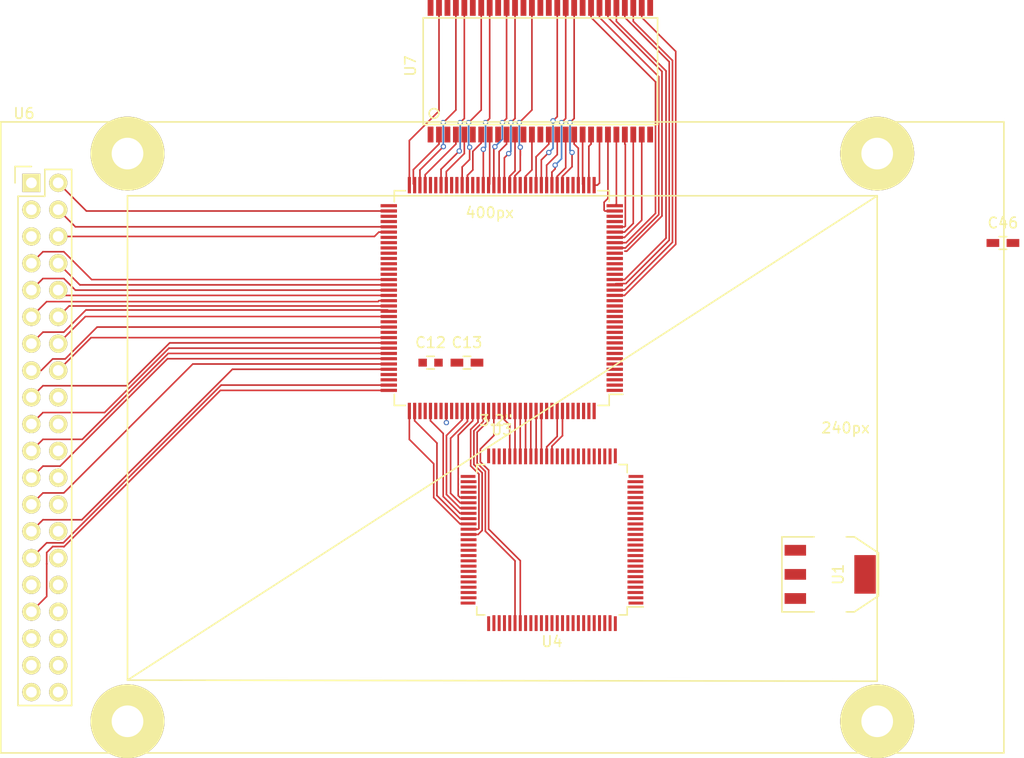
<source format=kicad_pcb>
(kicad_pcb (version 4) (host pcbnew "(2016-02-12 BZR 6554)-stable")

  (general
    (links 150)
    (no_connects 92)
    (area 25.871999 29.997 123.114841 102.157)
    (thickness 1.6)
    (drawings 0)
    (tracks 376)
    (zones 0)
    (modules 8)
    (nets 198)
  )

  (page A4)
  (layers
    (0 F.Cu signal)
    (31 B.Cu signal)
    (32 B.Adhes user)
    (33 F.Adhes user)
    (34 B.Paste user)
    (35 F.Paste user)
    (36 B.SilkS user)
    (37 F.SilkS user)
    (38 B.Mask user)
    (39 F.Mask user)
    (40 Dwgs.User user)
    (41 Cmts.User user)
    (42 Eco1.User user)
    (43 Eco2.User user)
    (44 Edge.Cuts user)
    (45 Margin user)
    (46 B.CrtYd user)
    (47 F.CrtYd user)
    (48 B.Fab user)
    (49 F.Fab user)
  )

  (setup
    (last_trace_width 0.153)
    (trace_clearance 0.153)
    (zone_clearance 0.508)
    (zone_45_only no)
    (trace_min 0.153)
    (segment_width 0.2)
    (edge_width 0.1)
    (via_size 0.5)
    (via_drill 0.3)
    (via_min_size 0.4)
    (via_min_drill 0.3)
    (uvia_size 0.3)
    (uvia_drill 0.1)
    (uvias_allowed no)
    (uvia_min_size 0.2)
    (uvia_min_drill 0.1)
    (pcb_text_width 0.3)
    (pcb_text_size 1.5 1.5)
    (mod_edge_width 0.15)
    (mod_text_size 1 1)
    (mod_text_width 0.15)
    (pad_size 1.5 1.5)
    (pad_drill 0.6)
    (pad_to_mask_clearance 0)
    (aux_axis_origin 0 0)
    (visible_elements FFFFFF7F)
    (pcbplotparams
      (layerselection 0x00030_ffffffff)
      (usegerberextensions false)
      (excludeedgelayer true)
      (linewidth 0.100000)
      (plotframeref false)
      (viasonmask false)
      (mode 1)
      (useauxorigin false)
      (hpglpennumber 1)
      (hpglpenspeed 20)
      (hpglpendiameter 15)
      (psnegative false)
      (psa4output false)
      (plotreference true)
      (plotvalue true)
      (plotinvisibletext false)
      (padsonsilk false)
      (subtractmaskfromsilk false)
      (outputformat 1)
      (mirror false)
      (drillshape 1)
      (scaleselection 1)
      (outputdirectory ""))
  )

  (net 0 "")
  (net 1 /FSMC/DA13)
  (net 2 /FSMC/E1_N)
  (net 3 "Net-(C4-Pad1)")
  (net 4 VFPGA33)
  (net 5 GNDD)
  (net 6 +1V2)
  (net 7 "Net-(R2-Pad2)")
  (net 8 "Net-(R3-Pad2)")
  (net 9 "Net-(P3-Pad3)")
  (net 10 "Net-(P3-Pad5)")
  (net 11 "Net-(P3-Pad1)")
  (net 12 "Net-(P3-Pad7)")
  (net 13 /FSMC/A23)
  (net 14 /FSMC/A19)
  (net 15 /FSMC/A20)
  (net 16 /FSMC/A21)
  (net 17 /FSMC/A22)
  (net 18 "Net-(U4-Pad7)")
  (net 19 "Net-(U4-Pad8)")
  (net 20 "Net-(U4-Pad9)")
  (net 21 "Net-(U4-Pad14)")
  (net 22 "Net-(U4-Pad15)")
  (net 23 "Net-(U4-Pad16)")
  (net 24 "Net-(U4-Pad17)")
  (net 25 "Net-(U4-Pad18)")
  (net 26 "Net-(U4-Pad23)")
  (net 27 "Net-(U4-Pad24)")
  (net 28 "Net-(U4-Pad25)")
  (net 29 "Net-(U4-Pad26)")
  (net 30 "Net-(U4-Pad29)")
  (net 31 "Net-(U4-Pad30)")
  (net 32 "Net-(U4-Pad31)")
  (net 33 "Net-(U4-Pad32)")
  (net 34 "Net-(U4-Pad33)")
  (net 35 "Net-(U4-Pad34)")
  (net 36 "Net-(U4-Pad35)")
  (net 37 "Net-(U4-Pad36)")
  (net 38 /FSMC/BOOT1)
  (net 39 /FSMC/DA4)
  (net 40 /FSMC/DA5)
  (net 41 /FSMC/DA6)
  (net 42 /FSMC/DA7)
  (net 43 /FSMC/DA8)
  (net 44 /FSMC/DA9)
  (net 45 /FSMC/DA10)
  (net 46 /FSMC/DA11)
  (net 47 /FSMC/DA12)
  (net 48 "Net-(U4-Pad47)")
  (net 49 "Net-(U4-Pad48)")
  (net 50 "Net-(U4-Pad51)")
  (net 51 "Net-(U4-Pad52)")
  (net 52 "Net-(U4-Pad53)")
  (net 53 "Net-(U4-Pad54)")
  (net 54 /FSMC/DA14)
  (net 55 /FSMC/DA15)
  (net 56 /FSMC/A16)
  (net 57 /FSMC/A17)
  (net 58 /FSMC/A18)
  (net 59 /FSMC/DA0)
  (net 60 /FSMC/DA1)
  (net 61 "Net-(U4-Pad63)")
  (net 62 "Net-(U4-Pad64)")
  (net 63 "Net-(U4-Pad65)")
  (net 64 "Net-(U4-Pad66)")
  (net 65 "Net-(U4-Pad67)")
  (net 66 "Net-(U4-Pad68)")
  (net 67 "Net-(U4-Pad69)")
  (net 68 "Net-(U4-Pad70)")
  (net 69 "Net-(U4-Pad71)")
  (net 70 "Net-(U4-Pad72)")
  (net 71 "Net-(U4-Pad76)")
  (net 72 "Net-(U4-Pad77)")
  (net 73 "Net-(U4-Pad78)")
  (net 74 "Net-(U4-Pad79)")
  (net 75 "Net-(U4-Pad80)")
  (net 76 /FSMC/DA2)
  (net 77 /FSMC/DA3)
  (net 78 "Net-(U4-Pad83)")
  (net 79 /FSMC/CLK)
  (net 80 /FSMC/OE_N)
  (net 81 /FSMC/WE_N)
  (net 82 /FSMC/WAIT_N)
  (net 83 /FSMC/JTDO)
  (net 84 /FSMC/JRST_N)
  (net 85 "Net-(U4-Pad91)")
  (net 86 "Net-(U4-Pad92)")
  (net 87 /FSMC/ADV_N)
  (net 88 "Net-(U4-Pad94)")
  (net 89 "Net-(U4-Pad95)")
  (net 90 "Net-(U4-Pad96)")
  (net 91 /FSMC/BL0_N)
  (net 92 /FSMC/BL1_N)
  (net 93 VSTM33)
  (net 94 GND)
  (net 95 /powersupply/VCAP1)
  (net 96 /powersupply/VCAP2)
  (net 97 "Net-(C40-Pad1)")
  (net 98 "Net-(C41-Pad1)")
  (net 99 "Net-(U6-Pad5)")
  (net 100 "Net-(U6-Pad31)")
  (net 101 "Net-(U6-Pad35)")
  (net 102 "Net-(R14-Pad1)")
  (net 103 "Net-(U6-Pad38)")
  (net 104 "Net-(U6-Pad39)")
  (net 105 "Net-(U6-Pad40)")
  (net 106 /display/DB0)
  (net 107 /display/DB1)
  (net 108 /display/DB2)
  (net 109 /display/RS)
  (net 110 /display/DB3)
  (net 111 /display/WR)
  (net 112 /display/DB4)
  (net 113 /display/RD)
  (net 114 /display/DB5)
  (net 115 /display/DB8)
  (net 116 /display/DB6)
  (net 117 /display/DB9)
  (net 118 /display/DB7)
  (net 119 /display/DB10)
  (net 120 /display/DB11)
  (net 121 /display/DB12)
  (net 122 /display/DB13)
  (net 123 /display/DB14)
  (net 124 /display/DB15)
  (net 125 /display/CS)
  (net 126 /display/RST)
  (net 127 "Net-(U3-Pad73)")
  (net 128 /display/T_CLK)
  (net 129 /display/T_CS)
  (net 130 /display/T_DIN)
  (net 131 /display/T_BUSY)
  (net 132 /display/T_DOUT)
  (net 133 /display/T_IRQ)
  (net 134 /display/SD_SO)
  (net 135 /display/SD_SCK)
  (net 136 /display/SD_SI)
  (net 137 /display/SD_NSS)
  (net 138 /sdram/DQ0)
  (net 139 /sdram/DQ1)
  (net 140 /sdram/DQ2)
  (net 141 /sdram/DQ3)
  (net 142 /sdram/DQ4)
  (net 143 /sdram/DQ5)
  (net 144 /sdram/DQ6)
  (net 145 /sdram/DQ7)
  (net 146 /sdram/DQML)
  (net 147 /sdram/WE)
  (net 148 /sdram/CAS)
  (net 149 /sdram/RAS)
  (net 150 /sdram/CS)
  (net 151 /sdram/BA0)
  (net 152 /sdram/BA1)
  (net 153 /sdram/A10)
  (net 154 /sdram/A0)
  (net 155 /sdram/A1)
  (net 156 /sdram/A2)
  (net 157 /sdram/A3)
  (net 158 /sdram/A4)
  (net 159 /sdram/A5)
  (net 160 /sdram/A6)
  (net 161 /sdram/A7)
  (net 162 /sdram/A8)
  (net 163 /sdram/A9)
  (net 164 /sdram/A11)
  (net 165 "Net-(U7-Pad36)")
  (net 166 /sdram/CKE)
  (net 167 /sdram/CLK)
  (net 168 /sdram/DQMH)
  (net 169 "Net-(U7-Pad40)")
  (net 170 /sdram/DQ8)
  (net 171 /sdram/DQ9)
  (net 172 /sdram/DQ10)
  (net 173 /sdram/DQ11)
  (net 174 /sdram/DQ12)
  (net 175 /sdram/DQ13)
  (net 176 /sdram/DQ14)
  (net 177 /sdram/DQ15)
  (net 178 "Net-(U3-Pad1)")
  (net 179 "Net-(U3-Pad2)")
  (net 180 "Net-(U3-Pad5)")
  (net 181 "Net-(U3-Pad6)")
  (net 182 "Net-(U3-Pad7)")
  (net 183 "Net-(U3-Pad8)")
  (net 184 "Net-(U3-Pad9)")
  (net 185 "Net-(U3-Pad10)")
  (net 186 "Net-(U3-Pad11)")
  (net 187 "Net-(U3-Pad13)")
  (net 188 "Net-(U3-Pad15)")
  (net 189 "Net-(U3-Pad16)")
  (net 190 "Net-(U3-Pad17)")
  (net 191 "Net-(U3-Pad18)")
  (net 192 "Net-(U3-Pad141)")
  (net 193 "Net-(U3-Pad142)")
  (net 194 "Net-(U3-Pad143)")
  (net 195 "Net-(U3-Pad144)")
  (net 196 "Net-(U3-Pad114)")
  (net 197 "Net-(U3-Pad115)")

  (net_class Default "This is the default net class."
    (clearance 0.153)
    (trace_width 0.153)
    (via_dia 0.5)
    (via_drill 0.3)
    (uvia_dia 0.3)
    (uvia_drill 0.1)
    (add_net +1V2)
    (add_net /FSMC/A16)
    (add_net /FSMC/A17)
    (add_net /FSMC/A18)
    (add_net /FSMC/A19)
    (add_net /FSMC/A20)
    (add_net /FSMC/A21)
    (add_net /FSMC/A22)
    (add_net /FSMC/A23)
    (add_net /FSMC/ADV_N)
    (add_net /FSMC/BL0_N)
    (add_net /FSMC/BL1_N)
    (add_net /FSMC/BOOT1)
    (add_net /FSMC/CLK)
    (add_net /FSMC/DA0)
    (add_net /FSMC/DA1)
    (add_net /FSMC/DA10)
    (add_net /FSMC/DA11)
    (add_net /FSMC/DA12)
    (add_net /FSMC/DA13)
    (add_net /FSMC/DA14)
    (add_net /FSMC/DA15)
    (add_net /FSMC/DA2)
    (add_net /FSMC/DA3)
    (add_net /FSMC/DA4)
    (add_net /FSMC/DA5)
    (add_net /FSMC/DA6)
    (add_net /FSMC/DA7)
    (add_net /FSMC/DA8)
    (add_net /FSMC/DA9)
    (add_net /FSMC/E1_N)
    (add_net /FSMC/JRST_N)
    (add_net /FSMC/JTDO)
    (add_net /FSMC/OE_N)
    (add_net /FSMC/WAIT_N)
    (add_net /FSMC/WE_N)
    (add_net /display/CS)
    (add_net /display/DB0)
    (add_net /display/DB1)
    (add_net /display/DB10)
    (add_net /display/DB11)
    (add_net /display/DB12)
    (add_net /display/DB13)
    (add_net /display/DB14)
    (add_net /display/DB15)
    (add_net /display/DB2)
    (add_net /display/DB3)
    (add_net /display/DB4)
    (add_net /display/DB5)
    (add_net /display/DB6)
    (add_net /display/DB7)
    (add_net /display/DB8)
    (add_net /display/DB9)
    (add_net /display/RD)
    (add_net /display/RS)
    (add_net /display/RST)
    (add_net /display/SD_NSS)
    (add_net /display/SD_SCK)
    (add_net /display/SD_SI)
    (add_net /display/SD_SO)
    (add_net /display/T_BUSY)
    (add_net /display/T_CLK)
    (add_net /display/T_CS)
    (add_net /display/T_DIN)
    (add_net /display/T_DOUT)
    (add_net /display/T_IRQ)
    (add_net /display/WR)
    (add_net /powersupply/VCAP1)
    (add_net /powersupply/VCAP2)
    (add_net /sdram/A0)
    (add_net /sdram/A1)
    (add_net /sdram/A10)
    (add_net /sdram/A11)
    (add_net /sdram/A2)
    (add_net /sdram/A3)
    (add_net /sdram/A4)
    (add_net /sdram/A5)
    (add_net /sdram/A6)
    (add_net /sdram/A7)
    (add_net /sdram/A8)
    (add_net /sdram/A9)
    (add_net /sdram/BA0)
    (add_net /sdram/BA1)
    (add_net /sdram/CAS)
    (add_net /sdram/CKE)
    (add_net /sdram/CLK)
    (add_net /sdram/CS)
    (add_net /sdram/DQ0)
    (add_net /sdram/DQ1)
    (add_net /sdram/DQ10)
    (add_net /sdram/DQ11)
    (add_net /sdram/DQ12)
    (add_net /sdram/DQ13)
    (add_net /sdram/DQ14)
    (add_net /sdram/DQ15)
    (add_net /sdram/DQ2)
    (add_net /sdram/DQ3)
    (add_net /sdram/DQ4)
    (add_net /sdram/DQ5)
    (add_net /sdram/DQ6)
    (add_net /sdram/DQ7)
    (add_net /sdram/DQ8)
    (add_net /sdram/DQ9)
    (add_net /sdram/DQMH)
    (add_net /sdram/DQML)
    (add_net /sdram/RAS)
    (add_net /sdram/WE)
    (add_net GND)
    (add_net GNDD)
    (add_net "Net-(C4-Pad1)")
    (add_net "Net-(C40-Pad1)")
    (add_net "Net-(C41-Pad1)")
    (add_net "Net-(P3-Pad1)")
    (add_net "Net-(P3-Pad3)")
    (add_net "Net-(P3-Pad5)")
    (add_net "Net-(P3-Pad7)")
    (add_net "Net-(R14-Pad1)")
    (add_net "Net-(R2-Pad2)")
    (add_net "Net-(R3-Pad2)")
    (add_net "Net-(U3-Pad1)")
    (add_net "Net-(U3-Pad10)")
    (add_net "Net-(U3-Pad11)")
    (add_net "Net-(U3-Pad114)")
    (add_net "Net-(U3-Pad115)")
    (add_net "Net-(U3-Pad13)")
    (add_net "Net-(U3-Pad141)")
    (add_net "Net-(U3-Pad142)")
    (add_net "Net-(U3-Pad143)")
    (add_net "Net-(U3-Pad144)")
    (add_net "Net-(U3-Pad15)")
    (add_net "Net-(U3-Pad16)")
    (add_net "Net-(U3-Pad17)")
    (add_net "Net-(U3-Pad18)")
    (add_net "Net-(U3-Pad2)")
    (add_net "Net-(U3-Pad5)")
    (add_net "Net-(U3-Pad6)")
    (add_net "Net-(U3-Pad7)")
    (add_net "Net-(U3-Pad73)")
    (add_net "Net-(U3-Pad8)")
    (add_net "Net-(U3-Pad9)")
    (add_net "Net-(U4-Pad14)")
    (add_net "Net-(U4-Pad15)")
    (add_net "Net-(U4-Pad16)")
    (add_net "Net-(U4-Pad17)")
    (add_net "Net-(U4-Pad18)")
    (add_net "Net-(U4-Pad23)")
    (add_net "Net-(U4-Pad24)")
    (add_net "Net-(U4-Pad25)")
    (add_net "Net-(U4-Pad26)")
    (add_net "Net-(U4-Pad29)")
    (add_net "Net-(U4-Pad30)")
    (add_net "Net-(U4-Pad31)")
    (add_net "Net-(U4-Pad32)")
    (add_net "Net-(U4-Pad33)")
    (add_net "Net-(U4-Pad34)")
    (add_net "Net-(U4-Pad35)")
    (add_net "Net-(U4-Pad36)")
    (add_net "Net-(U4-Pad47)")
    (add_net "Net-(U4-Pad48)")
    (add_net "Net-(U4-Pad51)")
    (add_net "Net-(U4-Pad52)")
    (add_net "Net-(U4-Pad53)")
    (add_net "Net-(U4-Pad54)")
    (add_net "Net-(U4-Pad63)")
    (add_net "Net-(U4-Pad64)")
    (add_net "Net-(U4-Pad65)")
    (add_net "Net-(U4-Pad66)")
    (add_net "Net-(U4-Pad67)")
    (add_net "Net-(U4-Pad68)")
    (add_net "Net-(U4-Pad69)")
    (add_net "Net-(U4-Pad7)")
    (add_net "Net-(U4-Pad70)")
    (add_net "Net-(U4-Pad71)")
    (add_net "Net-(U4-Pad72)")
    (add_net "Net-(U4-Pad76)")
    (add_net "Net-(U4-Pad77)")
    (add_net "Net-(U4-Pad78)")
    (add_net "Net-(U4-Pad79)")
    (add_net "Net-(U4-Pad8)")
    (add_net "Net-(U4-Pad80)")
    (add_net "Net-(U4-Pad83)")
    (add_net "Net-(U4-Pad9)")
    (add_net "Net-(U4-Pad91)")
    (add_net "Net-(U4-Pad92)")
    (add_net "Net-(U4-Pad94)")
    (add_net "Net-(U4-Pad95)")
    (add_net "Net-(U4-Pad96)")
    (add_net "Net-(U6-Pad31)")
    (add_net "Net-(U6-Pad35)")
    (add_net "Net-(U6-Pad38)")
    (add_net "Net-(U6-Pad39)")
    (add_net "Net-(U6-Pad40)")
    (add_net "Net-(U6-Pad5)")
    (add_net "Net-(U7-Pad36)")
    (add_net "Net-(U7-Pad40)")
    (add_net VFPGA33)
    (add_net VSTM33)
  )

  (module itead-display:ITDB02-3.2WD (layer F.Cu) (tedit 56C6AB88) (tstamp 56C69EE3)
    (at 29 47.479)
    (path /563244F7/56C57ED6)
    (fp_text reference U6 (at -0.7 -6.575) (layer F.SilkS)
      (effects (font (size 1 1) (thickness 0.15)))
    )
    (fp_text value ITDB02-3.2WD (at 9.3 -6.575) (layer F.Fab)
      (effects (font (size 1 1) (thickness 0.15)))
    )
    (fp_text user 240px (at 77.1 23.225) (layer F.SilkS)
      (effects (font (size 1 1) (thickness 0.15)))
    )
    (fp_text user 400px (at 43.4 2.825) (layer F.SilkS)
      (effects (font (size 1 1) (thickness 0.15)))
    )
    (fp_text user 3.2" (at 44 22.525) (layer F.SilkS)
      (effects (font (size 1 1) (thickness 0.15)))
    )
    (fp_line (start 9.1 47.125) (end 80.1 1.225) (layer F.SilkS) (width 0.15))
    (fp_line (start 9.1 47.125) (end 9.1 1.225) (layer F.SilkS) (width 0.15))
    (fp_line (start 80.1 47.225) (end 9.1 47.125) (layer F.SilkS) (width 0.15))
    (fp_line (start 80.1 1.225) (end 80.1 47.225) (layer F.SilkS) (width 0.15))
    (fp_line (start 9.1 1.225) (end 80.1 1.225) (layer F.SilkS) (width 0.15))
    (fp_line (start -2.9 54.025) (end -2.9 -5.775) (layer F.SilkS) (width 0.15))
    (fp_line (start 92.1 54.025) (end -2.9 54.025) (layer F.SilkS) (width 0.15))
    (fp_line (start 92.1 -5.775) (end 92.1 54.025) (layer F.SilkS) (width 0.15))
    (fp_line (start -2.9 -5.775) (end 92.1 -5.775) (layer F.SilkS) (width 0.15))
    (fp_line (start -1.75 -1.7504) (end -1.75 50.0496) (layer F.CrtYd) (width 0.05))
    (fp_line (start 4.3 -1.7504) (end 4.3 50.0496) (layer F.CrtYd) (width 0.05))
    (fp_line (start -1.75 -1.7504) (end 4.3 -1.7504) (layer F.CrtYd) (width 0.05))
    (fp_line (start -1.75 50.0496) (end 4.3 50.0496) (layer F.CrtYd) (width 0.05))
    (fp_line (start 3.81 49.5296) (end 3.81 -1.2704) (layer F.SilkS) (width 0.15))
    (fp_line (start -1.27 1.2696) (end -1.27 49.5296) (layer F.SilkS) (width 0.15))
    (fp_line (start 3.81 49.5296) (end -1.27 49.5296) (layer F.SilkS) (width 0.15))
    (fp_line (start 3.81 -1.2704) (end 1.27 -1.2704) (layer F.SilkS) (width 0.15))
    (fp_line (start 0 -1.5504) (end -1.55 -1.5504) (layer F.SilkS) (width 0.15))
    (fp_line (start 1.27 -1.2704) (end 1.27 1.2696) (layer F.SilkS) (width 0.15))
    (fp_line (start 1.27 1.2696) (end -1.27 1.2696) (layer F.SilkS) (width 0.15))
    (fp_line (start -1.55 -1.5504) (end -1.55 -0.0004) (layer F.SilkS) (width 0.15))
    (pad 1 thru_hole rect (at 0 -0.0004) (size 1.7272 1.7272) (drill 1.016) (layers *.Cu *.Mask F.SilkS)
      (net 5 GNDD))
    (pad 2 thru_hole oval (at 2.54 -0.0004) (size 1.7272 1.7272) (drill 1.016) (layers *.Cu *.Mask F.SilkS)
      (net 106 /display/DB0))
    (pad 3 thru_hole oval (at 0 2.5396) (size 1.7272 1.7272) (drill 1.016) (layers *.Cu *.Mask F.SilkS)
      (net 4 VFPGA33))
    (pad 4 thru_hole oval (at 2.54 2.5396) (size 1.7272 1.7272) (drill 1.016) (layers *.Cu *.Mask F.SilkS)
      (net 107 /display/DB1))
    (pad 5 thru_hole oval (at 0 5.0796) (size 1.7272 1.7272) (drill 1.016) (layers *.Cu *.Mask F.SilkS)
      (net 99 "Net-(U6-Pad5)"))
    (pad 6 thru_hole oval (at 2.54 5.0796) (size 1.7272 1.7272) (drill 1.016) (layers *.Cu *.Mask F.SilkS)
      (net 108 /display/DB2))
    (pad 7 thru_hole oval (at 0 7.6196) (size 1.7272 1.7272) (drill 1.016) (layers *.Cu *.Mask F.SilkS)
      (net 109 /display/RS))
    (pad 8 thru_hole oval (at 2.54 7.6196) (size 1.7272 1.7272) (drill 1.016) (layers *.Cu *.Mask F.SilkS)
      (net 110 /display/DB3))
    (pad 9 thru_hole oval (at 0 10.1596) (size 1.7272 1.7272) (drill 1.016) (layers *.Cu *.Mask F.SilkS)
      (net 111 /display/WR))
    (pad 10 thru_hole oval (at 2.54 10.1596) (size 1.7272 1.7272) (drill 1.016) (layers *.Cu *.Mask F.SilkS)
      (net 112 /display/DB4))
    (pad 11 thru_hole oval (at 0 12.6996) (size 1.7272 1.7272) (drill 1.016) (layers *.Cu *.Mask F.SilkS)
      (net 113 /display/RD))
    (pad 12 thru_hole oval (at 2.54 12.6996) (size 1.7272 1.7272) (drill 1.016) (layers *.Cu *.Mask F.SilkS)
      (net 114 /display/DB5))
    (pad 13 thru_hole oval (at 0 15.2396) (size 1.7272 1.7272) (drill 1.016) (layers *.Cu *.Mask F.SilkS)
      (net 115 /display/DB8))
    (pad 14 thru_hole oval (at 2.54 15.2396) (size 1.7272 1.7272) (drill 1.016) (layers *.Cu *.Mask F.SilkS)
      (net 116 /display/DB6))
    (pad 15 thru_hole oval (at 0 17.7796) (size 1.7272 1.7272) (drill 1.016) (layers *.Cu *.Mask F.SilkS)
      (net 117 /display/DB9))
    (pad 16 thru_hole oval (at 2.54 17.7796) (size 1.7272 1.7272) (drill 1.016) (layers *.Cu *.Mask F.SilkS)
      (net 118 /display/DB7))
    (pad 17 thru_hole oval (at 0 20.3196) (size 1.7272 1.7272) (drill 1.016) (layers *.Cu *.Mask F.SilkS)
      (net 119 /display/DB10))
    (pad 18 thru_hole oval (at 2.54 20.3196) (size 1.7272 1.7272) (drill 1.016) (layers *.Cu *.Mask F.SilkS)
      (net 128 /display/T_CLK))
    (pad 19 thru_hole oval (at 0 22.8596) (size 1.7272 1.7272) (drill 1.016) (layers *.Cu *.Mask F.SilkS)
      (net 120 /display/DB11))
    (pad 20 thru_hole oval (at 2.54 22.8596) (size 1.7272 1.7272) (drill 1.016) (layers *.Cu *.Mask F.SilkS)
      (net 129 /display/T_CS))
    (pad 21 thru_hole oval (at 0 25.3996) (size 1.7272 1.7272) (drill 1.016) (layers *.Cu *.Mask F.SilkS)
      (net 121 /display/DB12))
    (pad 22 thru_hole oval (at 2.54 25.3996) (size 1.7272 1.7272) (drill 1.016) (layers *.Cu *.Mask F.SilkS)
      (net 130 /display/T_DIN))
    (pad 23 thru_hole oval (at 0 27.9396) (size 1.7272 1.7272) (drill 1.016) (layers *.Cu *.Mask F.SilkS)
      (net 122 /display/DB13))
    (pad 24 thru_hole oval (at 2.54 27.9396) (size 1.7272 1.7272) (drill 1.016) (layers *.Cu *.Mask F.SilkS)
      (net 131 /display/T_BUSY))
    (pad 25 thru_hole oval (at 0 30.4796) (size 1.7272 1.7272) (drill 1.016) (layers *.Cu *.Mask F.SilkS)
      (net 123 /display/DB14))
    (pad 26 thru_hole oval (at 2.54 30.4796) (size 1.7272 1.7272) (drill 1.016) (layers *.Cu *.Mask F.SilkS)
      (net 132 /display/T_DOUT))
    (pad 27 thru_hole oval (at 0 33.0196) (size 1.7272 1.7272) (drill 1.016) (layers *.Cu *.Mask F.SilkS)
      (net 124 /display/DB15))
    (pad 28 thru_hole oval (at 2.54 33.0196) (size 1.7272 1.7272) (drill 1.016) (layers *.Cu *.Mask F.SilkS)
      (net 133 /display/T_IRQ))
    (pad 29 thru_hole oval (at 0 35.5596) (size 1.7272 1.7272) (drill 1.016) (layers *.Cu *.Mask F.SilkS)
      (net 125 /display/CS))
    (pad 30 thru_hole oval (at 2.54 35.5596) (size 1.7272 1.7272) (drill 1.016) (layers *.Cu *.Mask F.SilkS)
      (net 134 /display/SD_SO))
    (pad 31 thru_hole oval (at 0 38.0996) (size 1.7272 1.7272) (drill 1.016) (layers *.Cu *.Mask F.SilkS)
      (net 100 "Net-(U6-Pad31)"))
    (pad 32 thru_hole oval (at 2.54 38.0996) (size 1.7272 1.7272) (drill 1.016) (layers *.Cu *.Mask F.SilkS)
      (net 135 /display/SD_SCK))
    (pad 33 thru_hole oval (at 0 40.6396) (size 1.7272 1.7272) (drill 1.016) (layers *.Cu *.Mask F.SilkS)
      (net 126 /display/RST))
    (pad 34 thru_hole oval (at 2.54 40.6396) (size 1.7272 1.7272) (drill 1.016) (layers *.Cu *.Mask F.SilkS)
      (net 136 /display/SD_SI))
    (pad 35 thru_hole oval (at 0 43.1796) (size 1.7272 1.7272) (drill 1.016) (layers *.Cu *.Mask F.SilkS)
      (net 101 "Net-(U6-Pad35)"))
    (pad 36 thru_hole oval (at 2.54 43.1796) (size 1.7272 1.7272) (drill 1.016) (layers *.Cu *.Mask F.SilkS)
      (net 137 /display/SD_NSS))
    (pad 37 thru_hole oval (at 0 45.7196) (size 1.7272 1.7272) (drill 1.016) (layers *.Cu *.Mask F.SilkS)
      (net 102 "Net-(R14-Pad1)"))
    (pad 38 thru_hole oval (at 2.54 45.7196) (size 1.7272 1.7272) (drill 1.016) (layers *.Cu *.Mask F.SilkS)
      (net 103 "Net-(U6-Pad38)"))
    (pad 39 thru_hole oval (at 0 48.2596) (size 1.7272 1.7272) (drill 1.016) (layers *.Cu *.Mask F.SilkS)
      (net 104 "Net-(U6-Pad39)"))
    (pad 40 thru_hole oval (at 2.54 48.2596) (size 1.7272 1.7272) (drill 1.016) (layers *.Cu *.Mask F.SilkS)
      (net 105 "Net-(U6-Pad40)"))
    (pad "" np_thru_hole circle (at 9.1 -2.775) (size 7 7) (drill 3) (layers *.Cu *.Mask F.SilkS))
    (pad "" np_thru_hole circle (at 9.1 51.025) (size 7 7) (drill 3) (layers *.Cu *.Mask F.SilkS))
    (pad "" np_thru_hole circle (at 80.1 -2.775) (size 7 7) (drill 3) (layers *.Cu *.Mask F.SilkS))
    (pad "" np_thru_hole circle (at 80.1 51.025) (size 7 7) (drill 3) (layers *.Cu *.Mask F.SilkS))
    (model Pin_Headers.3dshapes/Pin_Header_Straight_2x20.wrl
      (at (xyz 0.05 -0.95 0))
      (scale (xyz 1 1 1))
      (rotate (xyz 0 0 90))
    )
  )

  (module smd:TSOP-54 (layer F.Cu) (tedit 56C6D015) (tstamp 56C6E984)
    (at 66.8 42.9)
    (path /563244F7/56C702B2)
    (fp_text reference U7 (at -1.9 -6.5 90) (layer F.SilkS)
      (effects (font (size 1 1) (thickness 0.15)))
    )
    (fp_text value IS42S16800F (at 10.05 -5.8) (layer F.Fab)
      (effects (font (size 1 1) (thickness 0.15)))
    )
    (fp_circle (center 0.323502 -2) (end 0.55 -1.6) (layer F.SilkS) (width 0.15))
    (fp_line (start 21.5 -11.05) (end -0.7 -11.05) (layer F.SilkS) (width 0.15))
    (fp_line (start 21.5 -0.95) (end 21.5 -11.05) (layer F.SilkS) (width 0.15))
    (fp_line (start -0.7 -0.95) (end 21.5 -0.95) (layer F.SilkS) (width 0.15))
    (fp_line (start -0.7 -11.05) (end -0.7 -0.95) (layer F.SilkS) (width 0.15))
    (pad 1 smd rect (at 0 0) (size 0.55 1.5) (layers F.Cu F.Paste F.Mask)
      (net 4 VFPGA33))
    (pad 2 smd rect (at 0.8 0) (size 0.55 1.5) (layers F.Cu F.Paste F.Mask)
      (net 138 /sdram/DQ0))
    (pad 3 smd rect (at 1.6 0) (size 0.55 1.5) (layers F.Cu F.Paste F.Mask)
      (net 5 GNDD))
    (pad 4 smd rect (at 2.4 0) (size 0.55 1.5) (layers F.Cu F.Paste F.Mask)
      (net 139 /sdram/DQ1))
    (pad 5 smd rect (at 3.2 0) (size 0.55 1.5) (layers F.Cu F.Paste F.Mask)
      (net 140 /sdram/DQ2))
    (pad 6 smd rect (at 4 0) (size 0.55 1.5) (layers F.Cu F.Paste F.Mask)
      (net 5 GNDD))
    (pad 7 smd rect (at 4.8 0) (size 0.55 1.5) (layers F.Cu F.Paste F.Mask)
      (net 141 /sdram/DQ3))
    (pad 8 smd rect (at 5.6 0) (size 0.55 1.5) (layers F.Cu F.Paste F.Mask)
      (net 142 /sdram/DQ4))
    (pad 9 smd rect (at 6.4 0) (size 0.55 1.5) (layers F.Cu F.Paste F.Mask)
      (net 5 GNDD))
    (pad 10 smd rect (at 7.2 0) (size 0.55 1.5) (layers F.Cu F.Paste F.Mask)
      (net 143 /sdram/DQ5))
    (pad 11 smd rect (at 8 0) (size 0.55 1.5) (layers F.Cu F.Paste F.Mask)
      (net 144 /sdram/DQ6))
    (pad 12 smd rect (at 8.8 0) (size 0.55 1.5) (layers F.Cu F.Paste F.Mask)
      (net 5 GNDD))
    (pad 13 smd rect (at 9.6 0) (size 0.55 1.5) (layers F.Cu F.Paste F.Mask)
      (net 145 /sdram/DQ7))
    (pad 14 smd rect (at 10.4 0) (size 0.55 1.5) (layers F.Cu F.Paste F.Mask)
      (net 4 VFPGA33))
    (pad 15 smd rect (at 11.2 0) (size 0.55 1.5) (layers F.Cu F.Paste F.Mask)
      (net 146 /sdram/DQML))
    (pad 16 smd rect (at 12 0) (size 0.55 1.5) (layers F.Cu F.Paste F.Mask)
      (net 147 /sdram/WE))
    (pad 17 smd rect (at 12.8 0) (size 0.55 1.5) (layers F.Cu F.Paste F.Mask)
      (net 148 /sdram/CAS))
    (pad 18 smd rect (at 13.6 0) (size 0.55 1.5) (layers F.Cu F.Paste F.Mask)
      (net 149 /sdram/RAS))
    (pad 19 smd rect (at 14.4 0) (size 0.55 1.5) (layers F.Cu F.Paste F.Mask)
      (net 150 /sdram/CS))
    (pad 20 smd rect (at 15.2 0) (size 0.55 1.5) (layers F.Cu F.Paste F.Mask)
      (net 151 /sdram/BA0))
    (pad 21 smd rect (at 16 0) (size 0.55 1.5) (layers F.Cu F.Paste F.Mask)
      (net 152 /sdram/BA1))
    (pad 22 smd rect (at 16.8 0) (size 0.55 1.5) (layers F.Cu F.Paste F.Mask)
      (net 153 /sdram/A10))
    (pad 23 smd rect (at 17.6 0) (size 0.55 1.5) (layers F.Cu F.Paste F.Mask)
      (net 154 /sdram/A0))
    (pad 24 smd rect (at 18.4 0) (size 0.55 1.5) (layers F.Cu F.Paste F.Mask)
      (net 155 /sdram/A1))
    (pad 25 smd rect (at 19.2 0) (size 0.55 1.5) (layers F.Cu F.Paste F.Mask)
      (net 156 /sdram/A2))
    (pad 26 smd rect (at 20 0) (size 0.55 1.5) (layers F.Cu F.Paste F.Mask)
      (net 157 /sdram/A3))
    (pad 27 smd rect (at 20.8 0) (size 0.55 1.5) (layers F.Cu F.Paste F.Mask)
      (net 4 VFPGA33))
    (pad 28 smd rect (at 20.8 -12) (size 0.55 1.5) (layers F.Cu F.Paste F.Mask)
      (net 4 VFPGA33))
    (pad 29 smd rect (at 20 -12) (size 0.55 1.5) (layers F.Cu F.Paste F.Mask)
      (net 158 /sdram/A4))
    (pad 30 smd rect (at 19.2 -12) (size 0.55 1.5) (layers F.Cu F.Paste F.Mask)
      (net 159 /sdram/A5))
    (pad 31 smd rect (at 18.4 -12) (size 0.55 1.5) (layers F.Cu F.Paste F.Mask)
      (net 160 /sdram/A6))
    (pad 32 smd rect (at 17.6 -12) (size 0.55 1.5) (layers F.Cu F.Paste F.Mask)
      (net 161 /sdram/A7))
    (pad 33 smd rect (at 16.8 -12) (size 0.55 1.5) (layers F.Cu F.Paste F.Mask)
      (net 162 /sdram/A8))
    (pad 34 smd rect (at 16 -12) (size 0.55 1.5) (layers F.Cu F.Paste F.Mask)
      (net 163 /sdram/A9))
    (pad 35 smd rect (at 15.2 -12) (size 0.55 1.5) (layers F.Cu F.Paste F.Mask)
      (net 164 /sdram/A11))
    (pad 36 smd rect (at 14.4 -12) (size 0.55 1.5) (layers F.Cu F.Paste F.Mask)
      (net 165 "Net-(U7-Pad36)"))
    (pad 37 smd rect (at 13.6 -12) (size 0.55 1.5) (layers F.Cu F.Paste F.Mask)
      (net 166 /sdram/CKE))
    (pad 38 smd rect (at 12.8 -12) (size 0.55 1.5) (layers F.Cu F.Paste F.Mask)
      (net 167 /sdram/CLK))
    (pad 39 smd rect (at 12 -12) (size 0.55 1.5) (layers F.Cu F.Paste F.Mask)
      (net 168 /sdram/DQMH))
    (pad 40 smd rect (at 11.2 -12) (size 0.55 1.5) (layers F.Cu F.Paste F.Mask)
      (net 169 "Net-(U7-Pad40)"))
    (pad 41 smd rect (at 10.4 -12) (size 0.55 1.5) (layers F.Cu F.Paste F.Mask)
      (net 4 VFPGA33))
    (pad 42 smd rect (at 9.6 -12) (size 0.55 1.5) (layers F.Cu F.Paste F.Mask)
      (net 170 /sdram/DQ8))
    (pad 43 smd rect (at 8.8 -12) (size 0.55 1.5) (layers F.Cu F.Paste F.Mask)
      (net 5 GNDD))
    (pad 44 smd rect (at 8 -12) (size 0.55 1.5) (layers F.Cu F.Paste F.Mask)
      (net 171 /sdram/DQ9))
    (pad 45 smd rect (at 7.2 -12) (size 0.55 1.5) (layers F.Cu F.Paste F.Mask)
      (net 172 /sdram/DQ10))
    (pad 46 smd rect (at 6.4 -12) (size 0.55 1.5) (layers F.Cu F.Paste F.Mask)
      (net 5 GNDD))
    (pad 47 smd rect (at 5.6 -12) (size 0.55 1.5) (layers F.Cu F.Paste F.Mask)
      (net 173 /sdram/DQ11))
    (pad 48 smd rect (at 4.8 -12) (size 0.55 1.5) (layers F.Cu F.Paste F.Mask)
      (net 174 /sdram/DQ12))
    (pad 49 smd rect (at 4 -12) (size 0.55 1.5) (layers F.Cu F.Paste F.Mask)
      (net 5 GNDD))
    (pad 50 smd rect (at 3.2 -12) (size 0.55 1.5) (layers F.Cu F.Paste F.Mask)
      (net 175 /sdram/DQ13))
    (pad 51 smd rect (at 2.4 -12) (size 0.55 1.5) (layers F.Cu F.Paste F.Mask)
      (net 176 /sdram/DQ14))
    (pad 52 smd rect (at 1.6 -12) (size 0.55 1.5) (layers F.Cu F.Paste F.Mask)
      (net 5 GNDD))
    (pad 53 smd rect (at 0.8 -12) (size 0.55 1.5) (layers F.Cu F.Paste F.Mask)
      (net 177 /sdram/DQ15))
    (pad 54 smd rect (at 0 -12) (size 0.55 1.5) (layers F.Cu F.Paste F.Mask)
      (net 4 VFPGA33))
  )

  (module Housings_QFP:LQFP-144_20x20mm_Pitch0.5mm (layer F.Cu) (tedit 54130A77) (tstamp 56C45027)
    (at 73.543728 58.395542 180)
    (descr "144-Lead Plastic Low Profile Quad Flatpack (PL) - 20x20x1.40 mm Body [LQFP], 2.00 mm Footprint (see Microchip Packaging Specification 00000049BS.pdf)")
    (tags "QFP 0.5")
    (path /563244F7/56323459)
    (attr smd)
    (fp_text reference U3 (at 0 -12.475 180) (layer F.SilkS)
      (effects (font (size 1 1) (thickness 0.15)))
    )
    (fp_text value LFXP2-5E-6TN144C (at 0 12.475 180) (layer F.Fab)
      (effects (font (size 1 1) (thickness 0.15)))
    )
    (fp_line (start -11.75 -11.75) (end -11.75 11.75) (layer F.CrtYd) (width 0.05))
    (fp_line (start 11.75 -11.75) (end 11.75 11.75) (layer F.CrtYd) (width 0.05))
    (fp_line (start -11.75 -11.75) (end 11.75 -11.75) (layer F.CrtYd) (width 0.05))
    (fp_line (start -11.75 11.75) (end 11.75 11.75) (layer F.CrtYd) (width 0.05))
    (fp_line (start -10.175 -10.175) (end -10.175 -9.125) (layer F.SilkS) (width 0.15))
    (fp_line (start 10.175 -10.175) (end 10.175 -9.125) (layer F.SilkS) (width 0.15))
    (fp_line (start 10.175 10.175) (end 10.175 9.125) (layer F.SilkS) (width 0.15))
    (fp_line (start -10.175 10.175) (end -10.175 9.125) (layer F.SilkS) (width 0.15))
    (fp_line (start -10.175 -10.175) (end -9.125 -10.175) (layer F.SilkS) (width 0.15))
    (fp_line (start -10.175 10.175) (end -9.125 10.175) (layer F.SilkS) (width 0.15))
    (fp_line (start 10.175 10.175) (end 9.125 10.175) (layer F.SilkS) (width 0.15))
    (fp_line (start 10.175 -10.175) (end 9.125 -10.175) (layer F.SilkS) (width 0.15))
    (fp_line (start -10.175 -9.125) (end -11.475 -9.125) (layer F.SilkS) (width 0.15))
    (pad 1 smd rect (at -10.7 -8.75 180) (size 1.55 0.3) (layers F.Cu F.Paste F.Mask)
      (net 178 "Net-(U3-Pad1)"))
    (pad 2 smd rect (at -10.7 -8.25 180) (size 1.55 0.3) (layers F.Cu F.Paste F.Mask)
      (net 179 "Net-(U3-Pad2)"))
    (pad 3 smd rect (at -10.7 -7.75 180) (size 1.55 0.3) (layers F.Cu F.Paste F.Mask)
      (net 94 GND))
    (pad 4 smd rect (at -10.7 -7.25 180) (size 1.55 0.3) (layers F.Cu F.Paste F.Mask)
      (net 4 VFPGA33))
    (pad 5 smd rect (at -10.7 -6.75 180) (size 1.55 0.3) (layers F.Cu F.Paste F.Mask)
      (net 180 "Net-(U3-Pad5)"))
    (pad 6 smd rect (at -10.7 -6.25 180) (size 1.55 0.3) (layers F.Cu F.Paste F.Mask)
      (net 181 "Net-(U3-Pad6)"))
    (pad 7 smd rect (at -10.7 -5.75 180) (size 1.55 0.3) (layers F.Cu F.Paste F.Mask)
      (net 182 "Net-(U3-Pad7)"))
    (pad 8 smd rect (at -10.7 -5.25 180) (size 1.55 0.3) (layers F.Cu F.Paste F.Mask)
      (net 183 "Net-(U3-Pad8)"))
    (pad 9 smd rect (at -10.7 -4.75 180) (size 1.55 0.3) (layers F.Cu F.Paste F.Mask)
      (net 184 "Net-(U3-Pad9)"))
    (pad 10 smd rect (at -10.7 -4.25 180) (size 1.55 0.3) (layers F.Cu F.Paste F.Mask)
      (net 185 "Net-(U3-Pad10)"))
    (pad 11 smd rect (at -10.7 -3.75 180) (size 1.55 0.3) (layers F.Cu F.Paste F.Mask)
      (net 186 "Net-(U3-Pad11)"))
    (pad 12 smd rect (at -10.7 -3.25 180) (size 1.55 0.3) (layers F.Cu F.Paste F.Mask)
      (net 94 GND))
    (pad 13 smd rect (at -10.7 -2.75 180) (size 1.55 0.3) (layers F.Cu F.Paste F.Mask)
      (net 187 "Net-(U3-Pad13)"))
    (pad 14 smd rect (at -10.7 -2.25 180) (size 1.55 0.3) (layers F.Cu F.Paste F.Mask)
      (net 4 VFPGA33))
    (pad 15 smd rect (at -10.7 -1.75 180) (size 1.55 0.3) (layers F.Cu F.Paste F.Mask)
      (net 188 "Net-(U3-Pad15)"))
    (pad 16 smd rect (at -10.7 -1.25 180) (size 1.55 0.3) (layers F.Cu F.Paste F.Mask)
      (net 189 "Net-(U3-Pad16)"))
    (pad 17 smd rect (at -10.7 -0.75 180) (size 1.55 0.3) (layers F.Cu F.Paste F.Mask)
      (net 190 "Net-(U3-Pad17)"))
    (pad 18 smd rect (at -10.7 -0.25 180) (size 1.55 0.3) (layers F.Cu F.Paste F.Mask)
      (net 191 "Net-(U3-Pad18)"))
    (pad 19 smd rect (at -10.7 0.25 180) (size 1.55 0.3) (layers F.Cu F.Paste F.Mask)
      (net 158 /sdram/A4))
    (pad 20 smd rect (at -10.7 0.75 180) (size 1.55 0.3) (layers F.Cu F.Paste F.Mask)
      (net 159 /sdram/A5))
    (pad 21 smd rect (at -10.7 1.25 180) (size 1.55 0.3) (layers F.Cu F.Paste F.Mask)
      (net 160 /sdram/A6))
    (pad 22 smd rect (at -10.7 1.75 180) (size 1.55 0.3) (layers F.Cu F.Paste F.Mask)
      (net 161 /sdram/A7))
    (pad 23 smd rect (at -10.7 2.25 180) (size 1.55 0.3) (layers F.Cu F.Paste F.Mask)
      (net 4 VFPGA33))
    (pad 24 smd rect (at -10.7 2.75 180) (size 1.55 0.3) (layers F.Cu F.Paste F.Mask)
      (net 6 +1V2))
    (pad 25 smd rect (at -10.7 3.25 180) (size 1.55 0.3) (layers F.Cu F.Paste F.Mask)
      (net 7 "Net-(R2-Pad2)"))
    (pad 26 smd rect (at -10.7 3.75 180) (size 1.55 0.3) (layers F.Cu F.Paste F.Mask)
      (net 8 "Net-(R3-Pad2)"))
    (pad 27 smd rect (at -10.7 4.25 180) (size 1.55 0.3) (layers F.Cu F.Paste F.Mask)
      (net 162 /sdram/A8))
    (pad 28 smd rect (at -10.7 4.75 180) (size 1.55 0.3) (layers F.Cu F.Paste F.Mask)
      (net 163 /sdram/A9))
    (pad 29 smd rect (at -10.7 5.25 180) (size 1.55 0.3) (layers F.Cu F.Paste F.Mask)
      (net 164 /sdram/A11))
    (pad 30 smd rect (at -10.7 5.75 180) (size 1.55 0.3) (layers F.Cu F.Paste F.Mask)
      (net 157 /sdram/A3))
    (pad 31 smd rect (at -10.7 6.25 180) (size 1.55 0.3) (layers F.Cu F.Paste F.Mask)
      (net 156 /sdram/A2))
    (pad 32 smd rect (at -10.7 6.75 180) (size 1.55 0.3) (layers F.Cu F.Paste F.Mask)
      (net 155 /sdram/A1))
    (pad 33 smd rect (at -10.7 7.25 180) (size 1.55 0.3) (layers F.Cu F.Paste F.Mask)
      (net 4 VFPGA33))
    (pad 34 smd rect (at -10.7 7.75 180) (size 1.55 0.3) (layers F.Cu F.Paste F.Mask)
      (net 94 GND))
    (pad 35 smd rect (at -10.7 8.25 180) (size 1.55 0.3) (layers F.Cu F.Paste F.Mask)
      (net 153 /sdram/A10))
    (pad 36 smd rect (at -10.7 8.75 180) (size 1.55 0.3) (layers F.Cu F.Paste F.Mask)
      (net 154 /sdram/A0))
    (pad 37 smd rect (at -8.75 10.7 270) (size 1.55 0.3) (layers F.Cu F.Paste F.Mask)
      (net 152 /sdram/BA1))
    (pad 38 smd rect (at -8.25 10.7 270) (size 1.55 0.3) (layers F.Cu F.Paste F.Mask)
      (net 151 /sdram/BA0))
    (pad 39 smd rect (at -7.75 10.7 270) (size 1.55 0.3) (layers F.Cu F.Paste F.Mask)
      (net 150 /sdram/CS))
    (pad 40 smd rect (at -7.25 10.7 270) (size 1.55 0.3) (layers F.Cu F.Paste F.Mask)
      (net 149 /sdram/RAS))
    (pad 41 smd rect (at -6.75 10.7 270) (size 1.55 0.3) (layers F.Cu F.Paste F.Mask)
      (net 94 GND))
    (pad 42 smd rect (at -6.25 10.7 270) (size 1.55 0.3) (layers F.Cu F.Paste F.Mask)
      (net 4 VFPGA33))
    (pad 43 smd rect (at -5.75 10.7 270) (size 1.55 0.3) (layers F.Cu F.Paste F.Mask)
      (net 166 /sdram/CKE))
    (pad 44 smd rect (at -5.25 10.7 270) (size 1.55 0.3) (layers F.Cu F.Paste F.Mask)
      (net 148 /sdram/CAS))
    (pad 45 smd rect (at -4.75 10.7 270) (size 1.55 0.3) (layers F.Cu F.Paste F.Mask)
      (net 167 /sdram/CLK))
    (pad 46 smd rect (at -4.25 10.7 270) (size 1.55 0.3) (layers F.Cu F.Paste F.Mask)
      (net 147 /sdram/WE))
    (pad 47 smd rect (at -3.75 10.7 270) (size 1.55 0.3) (layers F.Cu F.Paste F.Mask)
      (net 168 /sdram/DQMH))
    (pad 48 smd rect (at -3.25 10.7 270) (size 1.55 0.3) (layers F.Cu F.Paste F.Mask)
      (net 146 /sdram/DQML))
    (pad 49 smd rect (at -2.75 10.7 270) (size 1.55 0.3) (layers F.Cu F.Paste F.Mask)
      (net 4 VFPGA33))
    (pad 50 smd rect (at -2.25 10.7 270) (size 1.55 0.3) (layers F.Cu F.Paste F.Mask)
      (net 145 /sdram/DQ7))
    (pad 51 smd rect (at -1.75 10.7 270) (size 1.55 0.3) (layers F.Cu F.Paste F.Mask)
      (net 94 GND))
    (pad 52 smd rect (at -1.25 10.7 270) (size 1.55 0.3) (layers F.Cu F.Paste F.Mask)
      (net 170 /sdram/DQ8))
    (pad 53 smd rect (at -0.75 10.7 270) (size 1.55 0.3) (layers F.Cu F.Paste F.Mask)
      (net 144 /sdram/DQ6))
    (pad 54 smd rect (at -0.25 10.7 270) (size 1.55 0.3) (layers F.Cu F.Paste F.Mask)
      (net 171 /sdram/DQ9))
    (pad 55 smd rect (at 0.25 10.7 270) (size 1.55 0.3) (layers F.Cu F.Paste F.Mask)
      (net 143 /sdram/DQ5))
    (pad 56 smd rect (at 0.75 10.7 270) (size 1.55 0.3) (layers F.Cu F.Paste F.Mask)
      (net 172 /sdram/DQ10))
    (pad 57 smd rect (at 1.25 10.7 270) (size 1.55 0.3) (layers F.Cu F.Paste F.Mask)
      (net 142 /sdram/DQ4))
    (pad 58 smd rect (at 1.75 10.7 270) (size 1.55 0.3) (layers F.Cu F.Paste F.Mask)
      (net 173 /sdram/DQ11))
    (pad 59 smd rect (at 2.25 10.7 270) (size 1.55 0.3) (layers F.Cu F.Paste F.Mask)
      (net 6 +1V2))
    (pad 60 smd rect (at 2.75 10.7 270) (size 1.55 0.3) (layers F.Cu F.Paste F.Mask)
      (net 4 VFPGA33))
    (pad 61 smd rect (at 3.25 10.7 270) (size 1.55 0.3) (layers F.Cu F.Paste F.Mask)
      (net 141 /sdram/DQ3))
    (pad 62 smd rect (at 3.75 10.7 270) (size 1.55 0.3) (layers F.Cu F.Paste F.Mask)
      (net 174 /sdram/DQ12))
    (pad 63 smd rect (at 4.25 10.7 270) (size 1.55 0.3) (layers F.Cu F.Paste F.Mask)
      (net 4 VFPGA33))
    (pad 64 smd rect (at 4.75 10.7 270) (size 1.55 0.3) (layers F.Cu F.Paste F.Mask)
      (net 94 GND))
    (pad 65 smd rect (at 5.25 10.7 270) (size 1.55 0.3) (layers F.Cu F.Paste F.Mask)
      (net 140 /sdram/DQ2))
    (pad 66 smd rect (at 5.75 10.7 270) (size 1.55 0.3) (layers F.Cu F.Paste F.Mask)
      (net 175 /sdram/DQ13))
    (pad 67 smd rect (at 6.25 10.7 270) (size 1.55 0.3) (layers F.Cu F.Paste F.Mask)
      (net 4 VFPGA33))
    (pad 68 smd rect (at 6.75 10.7 270) (size 1.55 0.3) (layers F.Cu F.Paste F.Mask)
      (net 5 GNDD))
    (pad 69 smd rect (at 7.25 10.7 270) (size 1.55 0.3) (layers F.Cu F.Paste F.Mask)
      (net 139 /sdram/DQ1))
    (pad 70 smd rect (at 7.75 10.7 270) (size 1.55 0.3) (layers F.Cu F.Paste F.Mask)
      (net 176 /sdram/DQ14))
    (pad 71 smd rect (at 8.25 10.7 270) (size 1.55 0.3) (layers F.Cu F.Paste F.Mask)
      (net 138 /sdram/DQ0))
    (pad 72 smd rect (at 8.75 10.7 270) (size 1.55 0.3) (layers F.Cu F.Paste F.Mask)
      (net 177 /sdram/DQ15))
    (pad 73 smd rect (at 10.7 8.75 180) (size 1.55 0.3) (layers F.Cu F.Paste F.Mask)
      (net 127 "Net-(U3-Pad73)"))
    (pad 74 smd rect (at 10.7 8.25 180) (size 1.55 0.3) (layers F.Cu F.Paste F.Mask)
      (net 106 /display/DB0))
    (pad 75 smd rect (at 10.7 7.75 180) (size 1.55 0.3) (layers F.Cu F.Paste F.Mask)
      (net 94 GND))
    (pad 76 smd rect (at 10.7 7.25 180) (size 1.55 0.3) (layers F.Cu F.Paste F.Mask)
      (net 4 VFPGA33))
    (pad 77 smd rect (at 10.7 6.75 180) (size 1.55 0.3) (layers F.Cu F.Paste F.Mask)
      (net 107 /display/DB1))
    (pad 78 smd rect (at 10.7 6.25 180) (size 1.55 0.3) (layers F.Cu F.Paste F.Mask)
      (net 108 /display/DB2))
    (pad 79 smd rect (at 10.7 5.75 180) (size 1.55 0.3) (layers F.Cu F.Paste F.Mask)
      (net 9 "Net-(P3-Pad3)"))
    (pad 80 smd rect (at 10.7 5.25 180) (size 1.55 0.3) (layers F.Cu F.Paste F.Mask)
      (net 10 "Net-(P3-Pad5)"))
    (pad 81 smd rect (at 10.7 4.75 180) (size 1.55 0.3) (layers F.Cu F.Paste F.Mask)
      (net 11 "Net-(P3-Pad1)"))
    (pad 82 smd rect (at 10.7 4.25 180) (size 1.55 0.3) (layers F.Cu F.Paste F.Mask)
      (net 12 "Net-(P3-Pad7)"))
    (pad 83 smd rect (at 10.7 3.75 180) (size 1.55 0.3) (layers F.Cu F.Paste F.Mask)
      (net 93 VSTM33))
    (pad 84 smd rect (at 10.7 3.25 180) (size 1.55 0.3) (layers F.Cu F.Paste F.Mask)
      (net 6 +1V2))
    (pad 85 smd rect (at 10.7 2.75 180) (size 1.55 0.3) (layers F.Cu F.Paste F.Mask)
      (net 4 VFPGA33))
    (pad 86 smd rect (at 10.7 2.25 180) (size 1.55 0.3) (layers F.Cu F.Paste F.Mask)
      (net 5 GNDD))
    (pad 87 smd rect (at 10.7 1.75 180) (size 1.55 0.3) (layers F.Cu F.Paste F.Mask)
      (net 109 /display/RS))
    (pad 88 smd rect (at 10.7 1.25 180) (size 1.55 0.3) (layers F.Cu F.Paste F.Mask)
      (net 110 /display/DB3))
    (pad 89 smd rect (at 10.7 0.75 180) (size 1.55 0.3) (layers F.Cu F.Paste F.Mask)
      (net 111 /display/WR))
    (pad 90 smd rect (at 10.7 0.25 180) (size 1.55 0.3) (layers F.Cu F.Paste F.Mask)
      (net 112 /display/DB4))
    (pad 91 smd rect (at 10.7 -0.25 180) (size 1.55 0.3) (layers F.Cu F.Paste F.Mask)
      (net 113 /display/RD))
    (pad 92 smd rect (at 10.7 -0.75 180) (size 1.55 0.3) (layers F.Cu F.Paste F.Mask)
      (net 114 /display/DB5))
    (pad 93 smd rect (at 10.7 -1.25 180) (size 1.55 0.3) (layers F.Cu F.Paste F.Mask)
      (net 115 /display/DB8))
    (pad 94 smd rect (at 10.7 -1.75 180) (size 1.55 0.3) (layers F.Cu F.Paste F.Mask)
      (net 116 /display/DB6))
    (pad 95 smd rect (at 10.7 -2.25 180) (size 1.55 0.3) (layers F.Cu F.Paste F.Mask)
      (net 4 VFPGA33))
    (pad 96 smd rect (at 10.7 -2.75 180) (size 1.55 0.3) (layers F.Cu F.Paste F.Mask)
      (net 117 /display/DB9))
    (pad 97 smd rect (at 10.7 -3.25 180) (size 1.55 0.3) (layers F.Cu F.Paste F.Mask)
      (net 94 GND))
    (pad 98 smd rect (at 10.7 -3.75 180) (size 1.55 0.3) (layers F.Cu F.Paste F.Mask)
      (net 118 /display/DB7))
    (pad 99 smd rect (at 10.7 -4.25 180) (size 1.55 0.3) (layers F.Cu F.Paste F.Mask)
      (net 119 /display/DB10))
    (pad 100 smd rect (at 10.7 -4.75 180) (size 1.55 0.3) (layers F.Cu F.Paste F.Mask)
      (net 120 /display/DB11))
    (pad 101 smd rect (at 10.7 -5.25 180) (size 1.55 0.3) (layers F.Cu F.Paste F.Mask)
      (net 121 /display/DB12))
    (pad 102 smd rect (at 10.7 -5.75 180) (size 1.55 0.3) (layers F.Cu F.Paste F.Mask)
      (net 122 /display/DB13))
    (pad 103 smd rect (at 10.7 -6.25 180) (size 1.55 0.3) (layers F.Cu F.Paste F.Mask)
      (net 123 /display/DB14))
    (pad 104 smd rect (at 10.7 -6.75 180) (size 1.55 0.3) (layers F.Cu F.Paste F.Mask)
      (net 124 /display/DB15))
    (pad 105 smd rect (at 10.7 -7.25 180) (size 1.55 0.3) (layers F.Cu F.Paste F.Mask)
      (net 4 VFPGA33))
    (pad 106 smd rect (at 10.7 -7.75 180) (size 1.55 0.3) (layers F.Cu F.Paste F.Mask)
      (net 94 GND))
    (pad 107 smd rect (at 10.7 -8.25 180) (size 1.55 0.3) (layers F.Cu F.Paste F.Mask)
      (net 125 /display/CS))
    (pad 108 smd rect (at 10.7 -8.75 180) (size 1.55 0.3) (layers F.Cu F.Paste F.Mask)
      (net 126 /display/RST))
    (pad 109 smd rect (at 8.75 -10.7 270) (size 1.55 0.3) (layers F.Cu F.Paste F.Mask)
      (net 58 /FSMC/A18))
    (pad 110 smd rect (at 8.25 -10.7 270) (size 1.55 0.3) (layers F.Cu F.Paste F.Mask)
      (net 57 /FSMC/A17))
    (pad 111 smd rect (at 7.75 -10.7 270) (size 1.55 0.3) (layers F.Cu F.Paste F.Mask)
      (net 94 GND))
    (pad 112 smd rect (at 7.25 -10.7 270) (size 1.55 0.3) (layers F.Cu F.Paste F.Mask)
      (net 4 VFPGA33))
    (pad 113 smd rect (at 6.75 -10.7 270) (size 1.55 0.3) (layers F.Cu F.Paste F.Mask)
      (net 56 /FSMC/A16))
    (pad 114 smd rect (at 6.25 -10.7 270) (size 1.55 0.3) (layers F.Cu F.Paste F.Mask)
      (net 196 "Net-(U3-Pad114)"))
    (pad 115 smd rect (at 5.75 -10.7 270) (size 1.55 0.3) (layers F.Cu F.Paste F.Mask)
      (net 197 "Net-(U3-Pad115)"))
    (pad 116 smd rect (at 5.25 -10.7 270) (size 1.55 0.3) (layers F.Cu F.Paste F.Mask)
      (net 79 /FSMC/CLK))
    (pad 117 smd rect (at 4.75 -10.7 270) (size 1.55 0.3) (layers F.Cu F.Paste F.Mask)
      (net 4 VFPGA33))
    (pad 118 smd rect (at 4.25 -10.7 270) (size 1.55 0.3) (layers F.Cu F.Paste F.Mask)
      (net 6 +1V2))
    (pad 119 smd rect (at 3.75 -10.7 270) (size 1.55 0.3) (layers F.Cu F.Paste F.Mask)
      (net 55 /FSMC/DA15))
    (pad 120 smd rect (at 3.25 -10.7 270) (size 1.55 0.3) (layers F.Cu F.Paste F.Mask)
      (net 54 /FSMC/DA14))
    (pad 121 smd rect (at 2.75 -10.7 270) (size 1.55 0.3) (layers F.Cu F.Paste F.Mask)
      (net 1 /FSMC/DA13))
    (pad 122 smd rect (at 2.25 -10.7 270) (size 1.55 0.3) (layers F.Cu F.Paste F.Mask)
      (net 59 /FSMC/DA0))
    (pad 123 smd rect (at 1.75 -10.7 270) (size 1.55 0.3) (layers F.Cu F.Paste F.Mask)
      (net 60 /FSMC/DA1))
    (pad 124 smd rect (at 1.25 -10.7 270) (size 1.55 0.3) (layers F.Cu F.Paste F.Mask)
      (net 76 /FSMC/DA2))
    (pad 125 smd rect (at 0.75 -10.7 270) (size 1.55 0.3) (layers F.Cu F.Paste F.Mask)
      (net 77 /FSMC/DA3))
    (pad 126 smd rect (at 0.25 -10.7 270) (size 1.55 0.3) (layers F.Cu F.Paste F.Mask)
      (net 94 GND))
    (pad 127 smd rect (at -0.25 -10.7 270) (size 1.55 0.3) (layers F.Cu F.Paste F.Mask)
      (net 47 /FSMC/DA12))
    (pad 128 smd rect (at -0.75 -10.7 270) (size 1.55 0.3) (layers F.Cu F.Paste F.Mask)
      (net 4 VFPGA33))
    (pad 129 smd rect (at -1.25 -10.7 270) (size 1.55 0.3) (layers F.Cu F.Paste F.Mask)
      (net 46 /FSMC/DA11))
    (pad 130 smd rect (at -1.75 -10.7 270) (size 1.55 0.3) (layers F.Cu F.Paste F.Mask)
      (net 45 /FSMC/DA10))
    (pad 131 smd rect (at -2.25 -10.7 270) (size 1.55 0.3) (layers F.Cu F.Paste F.Mask)
      (net 44 /FSMC/DA9))
    (pad 132 smd rect (at -2.75 -10.7 270) (size 1.55 0.3) (layers F.Cu F.Paste F.Mask)
      (net 43 /FSMC/DA8))
    (pad 133 smd rect (at -3.25 -10.7 270) (size 1.55 0.3) (layers F.Cu F.Paste F.Mask)
      (net 42 /FSMC/DA7))
    (pad 134 smd rect (at -3.75 -10.7 270) (size 1.55 0.3) (layers F.Cu F.Paste F.Mask)
      (net 41 /FSMC/DA6))
    (pad 135 smd rect (at -4.25 -10.7 270) (size 1.55 0.3) (layers F.Cu F.Paste F.Mask)
      (net 94 GND))
    (pad 136 smd rect (at -4.75 -10.7 270) (size 1.55 0.3) (layers F.Cu F.Paste F.Mask)
      (net 4 VFPGA33))
    (pad 137 smd rect (at -5.25 -10.7 270) (size 1.55 0.3) (layers F.Cu F.Paste F.Mask)
      (net 40 /FSMC/DA5))
    (pad 138 smd rect (at -5.75 -10.7 270) (size 1.55 0.3) (layers F.Cu F.Paste F.Mask)
      (net 39 /FSMC/DA4))
    (pad 139 smd rect (at -6.25 -10.7 270) (size 1.55 0.3) (layers F.Cu F.Paste F.Mask)
      (net 5 GNDD))
    (pad 140 smd rect (at -6.75 -10.7 270) (size 1.55 0.3) (layers F.Cu F.Paste F.Mask)
      (net 4 VFPGA33))
    (pad 141 smd rect (at -7.25 -10.7 270) (size 1.55 0.3) (layers F.Cu F.Paste F.Mask)
      (net 192 "Net-(U3-Pad141)"))
    (pad 142 smd rect (at -7.75 -10.7 270) (size 1.55 0.3) (layers F.Cu F.Paste F.Mask)
      (net 193 "Net-(U3-Pad142)"))
    (pad 143 smd rect (at -8.25 -10.7 270) (size 1.55 0.3) (layers F.Cu F.Paste F.Mask)
      (net 194 "Net-(U3-Pad143)"))
    (pad 144 smd rect (at -8.75 -10.7 270) (size 1.55 0.3) (layers F.Cu F.Paste F.Mask)
      (net 195 "Net-(U3-Pad144)"))
    (model Housings_QFP.3dshapes/LQFP-144_20x20mm_Pitch0.5mm.wrl
      (at (xyz 0 0 0))
      (scale (xyz 1 1 1))
      (rotate (xyz 0 0 0))
    )
  )

  (module TO_SOT_Packages_SMD:SOT-223 (layer F.Cu) (tedit 0) (tstamp 56C44F93)
    (at 104.648 84.582 270)
    (descr "module CMS SOT223 4 pins")
    (tags "CMS SOT")
    (path /563244F7/5632574B)
    (attr smd)
    (fp_text reference U1 (at 0 -0.762 270) (layer F.SilkS)
      (effects (font (size 1 1) (thickness 0.15)))
    )
    (fp_text value LD1117S12CTR (at 0 0.762 270) (layer F.Fab)
      (effects (font (size 1 1) (thickness 0.15)))
    )
    (fp_line (start -3.556 1.524) (end -3.556 4.572) (layer F.SilkS) (width 0.15))
    (fp_line (start -3.556 4.572) (end 3.556 4.572) (layer F.SilkS) (width 0.15))
    (fp_line (start 3.556 4.572) (end 3.556 1.524) (layer F.SilkS) (width 0.15))
    (fp_line (start -3.556 -1.524) (end -3.556 -2.286) (layer F.SilkS) (width 0.15))
    (fp_line (start -3.556 -2.286) (end -2.032 -4.572) (layer F.SilkS) (width 0.15))
    (fp_line (start -2.032 -4.572) (end 2.032 -4.572) (layer F.SilkS) (width 0.15))
    (fp_line (start 2.032 -4.572) (end 3.556 -2.286) (layer F.SilkS) (width 0.15))
    (fp_line (start 3.556 -2.286) (end 3.556 -1.524) (layer F.SilkS) (width 0.15))
    (pad 4 smd rect (at 0 -3.302 270) (size 3.6576 2.032) (layers F.Cu F.Paste F.Mask))
    (pad 2 smd rect (at 0 3.302 270) (size 1.016 2.032) (layers F.Cu F.Paste F.Mask)
      (net 3 "Net-(C4-Pad1)"))
    (pad 3 smd rect (at 2.286 3.302 270) (size 1.016 2.032) (layers F.Cu F.Paste F.Mask)
      (net 4 VFPGA33))
    (pad 1 smd rect (at -2.286 3.302 270) (size 1.016 2.032) (layers F.Cu F.Paste F.Mask)
      (net 5 GNDD))
    (model TO_SOT_Packages_SMD.3dshapes/SOT-223.wrl
      (at (xyz 0 0 0))
      (scale (xyz 0.4 0.4 0.4))
      (rotate (xyz 0 0 0))
    )
  )

  (module Capacitors_SMD:C_0603 (layer F.Cu) (tedit 5415D631) (tstamp 56C6B203)
    (at 66.802 64.516)
    (descr "Capacitor SMD 0603, reflow soldering, AVX (see smccp.pdf)")
    (tags "capacitor 0603")
    (path /563244F7/563274E4)
    (attr smd)
    (fp_text reference C12 (at 0 -1.9) (layer F.SilkS)
      (effects (font (size 1 1) (thickness 0.15)))
    )
    (fp_text value 100n (at 0 1.9) (layer F.Fab)
      (effects (font (size 1 1) (thickness 0.15)))
    )
    (fp_line (start -1.45 -0.75) (end 1.45 -0.75) (layer F.CrtYd) (width 0.05))
    (fp_line (start -1.45 0.75) (end 1.45 0.75) (layer F.CrtYd) (width 0.05))
    (fp_line (start -1.45 -0.75) (end -1.45 0.75) (layer F.CrtYd) (width 0.05))
    (fp_line (start 1.45 -0.75) (end 1.45 0.75) (layer F.CrtYd) (width 0.05))
    (fp_line (start -0.35 -0.6) (end 0.35 -0.6) (layer F.SilkS) (width 0.15))
    (fp_line (start 0.35 0.6) (end -0.35 0.6) (layer F.SilkS) (width 0.15))
    (pad 1 smd rect (at -0.75 0) (size 0.8 0.75) (layers F.Cu F.Paste F.Mask)
      (net 4 VFPGA33))
    (pad 2 smd rect (at 0.75 0) (size 0.8 0.75) (layers F.Cu F.Paste F.Mask)
      (net 5 GNDD))
    (model Capacitors_SMD.3dshapes/C_0603.wrl
      (at (xyz 0 0 0))
      (scale (xyz 1 1 1))
      (rotate (xyz 0 0 0))
    )
  )

  (module Capacitors_SMD:C_0603_HandSoldering (layer F.Cu) (tedit 541A9B4D) (tstamp 56C6B209)
    (at 70.247442 64.516)
    (descr "Capacitor SMD 0603, hand soldering")
    (tags "capacitor 0603")
    (path /563244F7/56326CB4)
    (attr smd)
    (fp_text reference C13 (at 0 -1.9) (layer F.SilkS)
      (effects (font (size 1 1) (thickness 0.15)))
    )
    (fp_text value 100n (at 0 1.9) (layer F.Fab)
      (effects (font (size 1 1) (thickness 0.15)))
    )
    (fp_line (start -1.85 -0.75) (end 1.85 -0.75) (layer F.CrtYd) (width 0.05))
    (fp_line (start -1.85 0.75) (end 1.85 0.75) (layer F.CrtYd) (width 0.05))
    (fp_line (start -1.85 -0.75) (end -1.85 0.75) (layer F.CrtYd) (width 0.05))
    (fp_line (start 1.85 -0.75) (end 1.85 0.75) (layer F.CrtYd) (width 0.05))
    (fp_line (start -0.35 -0.6) (end 0.35 -0.6) (layer F.SilkS) (width 0.15))
    (fp_line (start 0.35 0.6) (end -0.35 0.6) (layer F.SilkS) (width 0.15))
    (pad 1 smd rect (at -0.95 0) (size 1.2 0.75) (layers F.Cu F.Paste F.Mask)
      (net 6 +1V2))
    (pad 2 smd rect (at 0.95 0) (size 1.2 0.75) (layers F.Cu F.Paste F.Mask)
      (net 5 GNDD))
    (model Capacitors_SMD.3dshapes/C_0603_HandSoldering.wrl
      (at (xyz 0 0 0))
      (scale (xyz 1 1 1))
      (rotate (xyz 0 0 0))
    )
  )

  (module Capacitors_SMD:C_0603_HandSoldering (layer F.Cu) (tedit 541A9B4D) (tstamp 56C6E945)
    (at 121.005888 53.176694)
    (descr "Capacitor SMD 0603, hand soldering")
    (tags "capacitor 0603")
    (path /563244F7/56C786E8)
    (attr smd)
    (fp_text reference C46 (at 0 -1.9) (layer F.SilkS)
      (effects (font (size 1 1) (thickness 0.15)))
    )
    (fp_text value 100n (at 0 1.9) (layer F.Fab)
      (effects (font (size 1 1) (thickness 0.15)))
    )
    (fp_line (start -1.85 -0.75) (end 1.85 -0.75) (layer F.CrtYd) (width 0.05))
    (fp_line (start -1.85 0.75) (end 1.85 0.75) (layer F.CrtYd) (width 0.05))
    (fp_line (start -1.85 -0.75) (end -1.85 0.75) (layer F.CrtYd) (width 0.05))
    (fp_line (start 1.85 -0.75) (end 1.85 0.75) (layer F.CrtYd) (width 0.05))
    (fp_line (start -0.35 -0.6) (end 0.35 -0.6) (layer F.SilkS) (width 0.15))
    (fp_line (start 0.35 0.6) (end -0.35 0.6) (layer F.SilkS) (width 0.15))
    (pad 1 smd rect (at -0.95 0) (size 1.2 0.75) (layers F.Cu F.Paste F.Mask)
      (net 4 VFPGA33))
    (pad 2 smd rect (at 0.95 0) (size 1.2 0.75) (layers F.Cu F.Paste F.Mask)
      (net 5 GNDD))
    (model Capacitors_SMD.3dshapes/C_0603_HandSoldering.wrl
      (at (xyz 0 0 0))
      (scale (xyz 1 1 1))
      (rotate (xyz 0 0 0))
    )
  )

  (module footprints:LQFP-100_14x14mm_Pitch0.5mm-SMALLCORNER (layer F.Cu) (tedit 56C73E19) (tstamp 56C74747)
    (at 78.3 81.3 180)
    (descr "LQFP100: plastic low profile quad flat package; 100 leads; body 14 x 14 x 1.4 mm (see NXP sot407-1_po.pdf and sot407-1_fr.pdf)")
    (tags "QFP 0.5")
    (path /563244F7/56C476C3)
    (attr smd)
    (fp_text reference U4 (at 0 -9.65 180) (layer F.SilkS)
      (effects (font (size 1 1) (thickness 0.15)))
    )
    (fp_text value STM32F407VGT (at 0 9.65 180) (layer F.Fab)
      (effects (font (size 1 1) (thickness 0.15)))
    )
    (fp_line (start -8.9 -8.9) (end -8.9 8.9) (layer F.CrtYd) (width 0.05))
    (fp_line (start 8.9 -8.9) (end 8.9 8.9) (layer F.CrtYd) (width 0.05))
    (fp_line (start -8.9 -8.9) (end 8.9 -8.9) (layer F.CrtYd) (width 0.05))
    (fp_line (start -8.9 8.9) (end 8.9 8.9) (layer F.CrtYd) (width 0.05))
    (fp_line (start -7.125 -7.125) (end -7.125 -6.365) (layer F.SilkS) (width 0.15))
    (fp_line (start 7.125 -7.125) (end 7.125 -6.365) (layer F.SilkS) (width 0.15))
    (fp_line (start 7.125 7.125) (end 7.125 6.365) (layer F.SilkS) (width 0.15))
    (fp_line (start -7.125 7.125) (end -7.125 6.365) (layer F.SilkS) (width 0.15))
    (fp_line (start -7.125 -7.125) (end -6.365 -7.125) (layer F.SilkS) (width 0.15))
    (fp_line (start -7.125 7.125) (end -6.365 7.125) (layer F.SilkS) (width 0.15))
    (fp_line (start 7.125 7.125) (end 6.365 7.125) (layer F.SilkS) (width 0.15))
    (fp_line (start 7.125 -7.125) (end 6.365 -7.125) (layer F.SilkS) (width 0.15))
    (fp_line (start -7.125 -6.365) (end -8.65 -6.365) (layer F.SilkS) (width 0.15))
    (pad 1 smd rect (at -7.95 -6 180) (size 1.4 0.28) (layers F.Cu F.Paste F.Mask)
      (net 13 /FSMC/A23))
    (pad 2 smd rect (at -7.9 -5.5 180) (size 1.5 0.28) (layers F.Cu F.Paste F.Mask)
      (net 14 /FSMC/A19))
    (pad 3 smd rect (at -7.9 -5 180) (size 1.5 0.28) (layers F.Cu F.Paste F.Mask)
      (net 15 /FSMC/A20))
    (pad 4 smd rect (at -7.9 -4.5 180) (size 1.5 0.28) (layers F.Cu F.Paste F.Mask)
      (net 16 /FSMC/A21))
    (pad 5 smd rect (at -7.9 -4 180) (size 1.5 0.28) (layers F.Cu F.Paste F.Mask)
      (net 17 /FSMC/A22))
    (pad 6 smd rect (at -7.9 -3.5 180) (size 1.5 0.28) (layers F.Cu F.Paste F.Mask)
      (net 93 VSTM33))
    (pad 7 smd rect (at -7.9 -3 180) (size 1.5 0.28) (layers F.Cu F.Paste F.Mask)
      (net 18 "Net-(U4-Pad7)"))
    (pad 8 smd rect (at -7.9 -2.5 180) (size 1.5 0.28) (layers F.Cu F.Paste F.Mask)
      (net 19 "Net-(U4-Pad8)"))
    (pad 9 smd rect (at -7.9 -2 180) (size 1.5 0.28) (layers F.Cu F.Paste F.Mask)
      (net 20 "Net-(U4-Pad9)"))
    (pad 10 smd rect (at -7.9 -1.5 180) (size 1.5 0.28) (layers F.Cu F.Paste F.Mask)
      (net 94 GND))
    (pad 11 smd rect (at -7.9 -1 180) (size 1.5 0.28) (layers F.Cu F.Paste F.Mask)
      (net 93 VSTM33))
    (pad 12 smd rect (at -7.9 -0.5 180) (size 1.5 0.28) (layers F.Cu F.Paste F.Mask)
      (net 97 "Net-(C40-Pad1)"))
    (pad 13 smd rect (at -7.9 0 180) (size 1.5 0.28) (layers F.Cu F.Paste F.Mask)
      (net 98 "Net-(C41-Pad1)"))
    (pad 14 smd rect (at -7.9 0.5 180) (size 1.5 0.28) (layers F.Cu F.Paste F.Mask)
      (net 21 "Net-(U4-Pad14)"))
    (pad 15 smd rect (at -7.9 1 180) (size 1.5 0.28) (layers F.Cu F.Paste F.Mask)
      (net 22 "Net-(U4-Pad15)"))
    (pad 16 smd rect (at -7.9 1.5 180) (size 1.5 0.28) (layers F.Cu F.Paste F.Mask)
      (net 23 "Net-(U4-Pad16)"))
    (pad 17 smd rect (at -7.9 2 180) (size 1.5 0.28) (layers F.Cu F.Paste F.Mask)
      (net 24 "Net-(U4-Pad17)"))
    (pad 18 smd rect (at -7.9 2.5 180) (size 1.5 0.28) (layers F.Cu F.Paste F.Mask)
      (net 25 "Net-(U4-Pad18)"))
    (pad 19 smd rect (at -7.9 3 180) (size 1.5 0.28) (layers F.Cu F.Paste F.Mask)
      (net 93 VSTM33))
    (pad 20 smd rect (at -7.9 3.5 180) (size 1.5 0.28) (layers F.Cu F.Paste F.Mask)
      (net 94 GND))
    (pad 21 smd rect (at -7.9 4 180) (size 1.5 0.28) (layers F.Cu F.Paste F.Mask)
      (net 93 VSTM33))
    (pad 22 smd rect (at -7.9 4.5 180) (size 1.5 0.28) (layers F.Cu F.Paste F.Mask)
      (net 93 VSTM33))
    (pad 23 smd rect (at -7.9 5 180) (size 1.5 0.28) (layers F.Cu F.Paste F.Mask)
      (net 26 "Net-(U4-Pad23)"))
    (pad 24 smd rect (at -7.9 5.5 180) (size 1.5 0.28) (layers F.Cu F.Paste F.Mask)
      (net 27 "Net-(U4-Pad24)"))
    (pad 25 smd rect (at -7.95 6 180) (size 1.4 0.28) (layers F.Cu F.Paste F.Mask)
      (net 28 "Net-(U4-Pad25)"))
    (pad 26 smd rect (at -6 7.95 270) (size 1.4 0.28) (layers F.Cu F.Paste F.Mask)
      (net 29 "Net-(U4-Pad26)"))
    (pad 27 smd rect (at -5.5 7.9 270) (size 1.5 0.28) (layers F.Cu F.Paste F.Mask)
      (net 94 GND))
    (pad 28 smd rect (at -5 7.9 270) (size 1.5 0.28) (layers F.Cu F.Paste F.Mask)
      (net 93 VSTM33))
    (pad 29 smd rect (at -4.5 7.9 270) (size 1.5 0.28) (layers F.Cu F.Paste F.Mask)
      (net 30 "Net-(U4-Pad29)"))
    (pad 30 smd rect (at -4 7.9 270) (size 1.5 0.28) (layers F.Cu F.Paste F.Mask)
      (net 31 "Net-(U4-Pad30)"))
    (pad 31 smd rect (at -3.5 7.9 270) (size 1.5 0.28) (layers F.Cu F.Paste F.Mask)
      (net 32 "Net-(U4-Pad31)"))
    (pad 32 smd rect (at -3 7.9 270) (size 1.5 0.28) (layers F.Cu F.Paste F.Mask)
      (net 33 "Net-(U4-Pad32)"))
    (pad 33 smd rect (at -2.5 7.9 270) (size 1.5 0.28) (layers F.Cu F.Paste F.Mask)
      (net 34 "Net-(U4-Pad33)"))
    (pad 34 smd rect (at -2 7.9 270) (size 1.5 0.28) (layers F.Cu F.Paste F.Mask)
      (net 35 "Net-(U4-Pad34)"))
    (pad 35 smd rect (at -1.5 7.9 270) (size 1.5 0.28) (layers F.Cu F.Paste F.Mask)
      (net 36 "Net-(U4-Pad35)"))
    (pad 36 smd rect (at -1 7.9 270) (size 1.5 0.28) (layers F.Cu F.Paste F.Mask)
      (net 37 "Net-(U4-Pad36)"))
    (pad 37 smd rect (at -0.5 7.9 270) (size 1.5 0.28) (layers F.Cu F.Paste F.Mask)
      (net 38 /FSMC/BOOT1))
    (pad 38 smd rect (at 0 7.9 270) (size 1.5 0.28) (layers F.Cu F.Paste F.Mask)
      (net 39 /FSMC/DA4))
    (pad 39 smd rect (at 0.5 7.9 270) (size 1.5 0.28) (layers F.Cu F.Paste F.Mask)
      (net 40 /FSMC/DA5))
    (pad 40 smd rect (at 1 7.9 270) (size 1.5 0.28) (layers F.Cu F.Paste F.Mask)
      (net 41 /FSMC/DA6))
    (pad 41 smd rect (at 1.5 7.9 270) (size 1.5 0.28) (layers F.Cu F.Paste F.Mask)
      (net 42 /FSMC/DA7))
    (pad 42 smd rect (at 2 7.9 270) (size 1.5 0.28) (layers F.Cu F.Paste F.Mask)
      (net 43 /FSMC/DA8))
    (pad 43 smd rect (at 2.5 7.9 270) (size 1.5 0.28) (layers F.Cu F.Paste F.Mask)
      (net 44 /FSMC/DA9))
    (pad 44 smd rect (at 3 7.9 270) (size 1.5 0.28) (layers F.Cu F.Paste F.Mask)
      (net 45 /FSMC/DA10))
    (pad 45 smd rect (at 3.5 7.9 270) (size 1.5 0.28) (layers F.Cu F.Paste F.Mask)
      (net 46 /FSMC/DA11))
    (pad 46 smd rect (at 4 7.9 270) (size 1.5 0.28) (layers F.Cu F.Paste F.Mask)
      (net 47 /FSMC/DA12))
    (pad 47 smd rect (at 4.5 7.9 270) (size 1.5 0.28) (layers F.Cu F.Paste F.Mask)
      (net 48 "Net-(U4-Pad47)"))
    (pad 48 smd rect (at 5 7.9 270) (size 1.5 0.28) (layers F.Cu F.Paste F.Mask)
      (net 49 "Net-(U4-Pad48)"))
    (pad 49 smd rect (at 5.5 7.9 270) (size 1.5 0.28) (layers F.Cu F.Paste F.Mask)
      (net 95 /powersupply/VCAP1))
    (pad 50 smd rect (at 6 7.95 270) (size 1.4 0.28) (layers F.Cu F.Paste F.Mask)
      (net 93 VSTM33))
    (pad 51 smd rect (at 7.95 6 180) (size 1.4 0.28) (layers F.Cu F.Paste F.Mask)
      (net 50 "Net-(U4-Pad51)"))
    (pad 52 smd rect (at 7.9 5.5 180) (size 1.5 0.28) (layers F.Cu F.Paste F.Mask)
      (net 51 "Net-(U4-Pad52)"))
    (pad 53 smd rect (at 7.9 5 180) (size 1.5 0.28) (layers F.Cu F.Paste F.Mask)
      (net 52 "Net-(U4-Pad53)"))
    (pad 54 smd rect (at 7.9 4.5 180) (size 1.5 0.28) (layers F.Cu F.Paste F.Mask)
      (net 53 "Net-(U4-Pad54)"))
    (pad 55 smd rect (at 7.9 4 180) (size 1.5 0.28) (layers F.Cu F.Paste F.Mask)
      (net 1 /FSMC/DA13))
    (pad 56 smd rect (at 7.9 3.5 180) (size 1.5 0.28) (layers F.Cu F.Paste F.Mask)
      (net 54 /FSMC/DA14))
    (pad 57 smd rect (at 7.9 3 180) (size 1.5 0.28) (layers F.Cu F.Paste F.Mask)
      (net 55 /FSMC/DA15))
    (pad 58 smd rect (at 7.9 2.5 180) (size 1.5 0.28) (layers F.Cu F.Paste F.Mask)
      (net 56 /FSMC/A16))
    (pad 59 smd rect (at 7.9 2 180) (size 1.5 0.28) (layers F.Cu F.Paste F.Mask)
      (net 57 /FSMC/A17))
    (pad 60 smd rect (at 7.9 1.5 180) (size 1.5 0.28) (layers F.Cu F.Paste F.Mask)
      (net 58 /FSMC/A18))
    (pad 61 smd rect (at 7.9 1 180) (size 1.5 0.28) (layers F.Cu F.Paste F.Mask)
      (net 59 /FSMC/DA0))
    (pad 62 smd rect (at 7.9 0.5 180) (size 1.5 0.28) (layers F.Cu F.Paste F.Mask)
      (net 60 /FSMC/DA1))
    (pad 63 smd rect (at 7.9 0 180) (size 1.5 0.28) (layers F.Cu F.Paste F.Mask)
      (net 61 "Net-(U4-Pad63)"))
    (pad 64 smd rect (at 7.9 -0.5 180) (size 1.5 0.28) (layers F.Cu F.Paste F.Mask)
      (net 62 "Net-(U4-Pad64)"))
    (pad 65 smd rect (at 7.9 -1 180) (size 1.5 0.28) (layers F.Cu F.Paste F.Mask)
      (net 63 "Net-(U4-Pad65)"))
    (pad 66 smd rect (at 7.9 -1.5 180) (size 1.5 0.28) (layers F.Cu F.Paste F.Mask)
      (net 64 "Net-(U4-Pad66)"))
    (pad 67 smd rect (at 7.9 -2 180) (size 1.5 0.28) (layers F.Cu F.Paste F.Mask)
      (net 65 "Net-(U4-Pad67)"))
    (pad 68 smd rect (at 7.9 -2.5 180) (size 1.5 0.28) (layers F.Cu F.Paste F.Mask)
      (net 66 "Net-(U4-Pad68)"))
    (pad 69 smd rect (at 7.9 -3 180) (size 1.5 0.28) (layers F.Cu F.Paste F.Mask)
      (net 67 "Net-(U4-Pad69)"))
    (pad 70 smd rect (at 7.9 -3.5 180) (size 1.5 0.28) (layers F.Cu F.Paste F.Mask)
      (net 68 "Net-(U4-Pad70)"))
    (pad 71 smd rect (at 7.9 -4 180) (size 1.5 0.28) (layers F.Cu F.Paste F.Mask)
      (net 69 "Net-(U4-Pad71)"))
    (pad 72 smd rect (at 7.9 -4.5 180) (size 1.5 0.28) (layers F.Cu F.Paste F.Mask)
      (net 70 "Net-(U4-Pad72)"))
    (pad 73 smd rect (at 7.9 -5 180) (size 1.5 0.28) (layers F.Cu F.Paste F.Mask)
      (net 96 /powersupply/VCAP2))
    (pad 74 smd rect (at 7.9 -5.5 180) (size 1.5 0.28) (layers F.Cu F.Paste F.Mask)
      (net 94 GND))
    (pad 75 smd rect (at 7.95 -6 180) (size 1.4 0.28) (layers F.Cu F.Paste F.Mask)
      (net 93 VSTM33))
    (pad 76 smd rect (at 6 -7.95 270) (size 1.4 0.28) (layers F.Cu F.Paste F.Mask)
      (net 71 "Net-(U4-Pad76)"))
    (pad 77 smd rect (at 5.5 -7.9 270) (size 1.5 0.28) (layers F.Cu F.Paste F.Mask)
      (net 72 "Net-(U4-Pad77)"))
    (pad 78 smd rect (at 5 -7.9 270) (size 1.5 0.28) (layers F.Cu F.Paste F.Mask)
      (net 73 "Net-(U4-Pad78)"))
    (pad 79 smd rect (at 4.5 -7.9 270) (size 1.5 0.28) (layers F.Cu F.Paste F.Mask)
      (net 74 "Net-(U4-Pad79)"))
    (pad 80 smd rect (at 4 -7.9 270) (size 1.5 0.28) (layers F.Cu F.Paste F.Mask)
      (net 75 "Net-(U4-Pad80)"))
    (pad 81 smd rect (at 3.5 -7.9 270) (size 1.5 0.28) (layers F.Cu F.Paste F.Mask)
      (net 76 /FSMC/DA2))
    (pad 82 smd rect (at 3 -7.9 270) (size 1.5 0.28) (layers F.Cu F.Paste F.Mask)
      (net 77 /FSMC/DA3))
    (pad 83 smd rect (at 2.5 -7.9 270) (size 1.5 0.28) (layers F.Cu F.Paste F.Mask)
      (net 78 "Net-(U4-Pad83)"))
    (pad 84 smd rect (at 2 -7.9 270) (size 1.5 0.28) (layers F.Cu F.Paste F.Mask)
      (net 79 /FSMC/CLK))
    (pad 85 smd rect (at 1.5 -7.9 270) (size 1.5 0.28) (layers F.Cu F.Paste F.Mask)
      (net 80 /FSMC/OE_N))
    (pad 86 smd rect (at 1 -7.9 270) (size 1.5 0.28) (layers F.Cu F.Paste F.Mask)
      (net 81 /FSMC/WE_N))
    (pad 87 smd rect (at 0.5 -7.9 270) (size 1.5 0.28) (layers F.Cu F.Paste F.Mask)
      (net 82 /FSMC/WAIT_N))
    (pad 88 smd rect (at 0 -7.9 270) (size 1.5 0.28) (layers F.Cu F.Paste F.Mask)
      (net 2 /FSMC/E1_N))
    (pad 89 smd rect (at -0.5 -7.9 270) (size 1.5 0.28) (layers F.Cu F.Paste F.Mask)
      (net 83 /FSMC/JTDO))
    (pad 90 smd rect (at -1 -7.9 270) (size 1.5 0.28) (layers F.Cu F.Paste F.Mask)
      (net 84 /FSMC/JRST_N))
    (pad 91 smd rect (at -1.5 -7.9 270) (size 1.5 0.28) (layers F.Cu F.Paste F.Mask)
      (net 85 "Net-(U4-Pad91)"))
    (pad 92 smd rect (at -2 -7.9 270) (size 1.5 0.28) (layers F.Cu F.Paste F.Mask)
      (net 86 "Net-(U4-Pad92)"))
    (pad 93 smd rect (at -2.5 -7.9 270) (size 1.5 0.28) (layers F.Cu F.Paste F.Mask)
      (net 87 /FSMC/ADV_N))
    (pad 94 smd rect (at -3 -7.9 270) (size 1.5 0.28) (layers F.Cu F.Paste F.Mask)
      (net 88 "Net-(U4-Pad94)"))
    (pad 95 smd rect (at -3.5 -7.9 270) (size 1.5 0.28) (layers F.Cu F.Paste F.Mask)
      (net 89 "Net-(U4-Pad95)"))
    (pad 96 smd rect (at -4 -7.9 270) (size 1.5 0.28) (layers F.Cu F.Paste F.Mask)
      (net 90 "Net-(U4-Pad96)"))
    (pad 97 smd rect (at -4.5 -7.9 270) (size 1.5 0.28) (layers F.Cu F.Paste F.Mask)
      (net 91 /FSMC/BL0_N))
    (pad 98 smd rect (at -5 -7.9 270) (size 1.5 0.28) (layers F.Cu F.Paste F.Mask)
      (net 92 /FSMC/BL1_N))
    (pad 99 smd rect (at -5.5 -7.9 270) (size 1.5 0.28) (layers F.Cu F.Paste F.Mask)
      (net 94 GND))
    (pad 100 smd rect (at -6 -7.95 270) (size 1.4 0.28) (layers F.Cu F.Paste F.Mask)
      (net 93 VSTM33))
    (model Housings_QFP.3dshapes/LQFP-100_14x14mm_Pitch0.5mm.wrl
      (at (xyz 0 0 0))
      (scale (xyz 1 1 1))
      (rotate (xyz 0 0 0))
    )
  )

  (segment (start 70.4 77.3) (end 69.6 77.3) (width 0.153) (layer F.Cu) (net 1))
  (segment (start 69.6 77.3) (end 69.420499 77.120499) (width 0.153) (layer F.Cu) (net 1))
  (segment (start 69.420499 77.120499) (end 69.420499 71.396771) (width 0.153) (layer F.Cu) (net 1))
  (segment (start 69.420499 71.396771) (end 70.793728 70.023542) (width 0.153) (layer F.Cu) (net 1))
  (segment (start 70.793728 70.023542) (end 70.793728 69.095542) (width 0.153) (layer F.Cu) (net 1))
  (segment (start 78.3 73.4) (end 78.3 72.429761) (width 0.153) (layer F.Cu) (net 39))
  (segment (start 78.3 72.429761) (end 79.293728 71.436033) (width 0.153) (layer F.Cu) (net 39))
  (segment (start 79.293728 71.436033) (end 79.293728 70.023542) (width 0.153) (layer F.Cu) (net 39))
  (segment (start 79.293728 70.023542) (end 79.293728 69.095542) (width 0.153) (layer F.Cu) (net 39))
  (segment (start 77.8 73.4) (end 77.8 72.497) (width 0.153) (layer F.Cu) (net 40))
  (segment (start 77.8 72.497) (end 78.793728 71.503272) (width 0.153) (layer F.Cu) (net 40))
  (segment (start 78.793728 71.503272) (end 78.793728 70.023542) (width 0.153) (layer F.Cu) (net 40))
  (segment (start 78.793728 70.023542) (end 78.793728 69.095542) (width 0.153) (layer F.Cu) (net 40))
  (segment (start 77.3 73.4) (end 77.3 69.101814) (width 0.153) (layer F.Cu) (net 41))
  (segment (start 77.3 69.101814) (end 77.293728 69.095542) (width 0.153) (layer F.Cu) (net 41))
  (segment (start 76.8 73.4) (end 76.8 69.101814) (width 0.153) (layer F.Cu) (net 42))
  (segment (start 76.8 69.101814) (end 76.793728 69.095542) (width 0.153) (layer F.Cu) (net 42))
  (segment (start 76.293728 69.095542) (end 76.293728 73.393728) (width 0.153) (layer F.Cu) (net 43))
  (segment (start 76.293728 73.393728) (end 76.3 73.4) (width 0.153) (layer F.Cu) (net 43))
  (segment (start 75.8 73.4) (end 75.8 69.101814) (width 0.153) (layer F.Cu) (net 44))
  (segment (start 75.8 69.101814) (end 75.793728 69.095542) (width 0.153) (layer F.Cu) (net 44))
  (segment (start 75.293728 69.095542) (end 75.293728 73.393728) (width 0.153) (layer F.Cu) (net 45))
  (segment (start 75.293728 73.393728) (end 75.3 73.4) (width 0.153) (layer F.Cu) (net 45))
  (segment (start 74.8 73.4) (end 74.8 69.101814) (width 0.153) (layer F.Cu) (net 46))
  (segment (start 74.8 69.101814) (end 74.793728 69.095542) (width 0.153) (layer F.Cu) (net 46))
  (segment (start 74.3 73.4) (end 74.3 70.439916) (width 0.153) (layer F.Cu) (net 47))
  (segment (start 74.3 70.439916) (end 73.793728 69.933644) (width 0.153) (layer F.Cu) (net 47))
  (segment (start 73.793728 69.933644) (end 73.793728 69.095542) (width 0.153) (layer F.Cu) (net 47))
  (segment (start 70.4 77.8) (end 69.6 77.8) (width 0.153) (layer F.Cu) (net 54))
  (segment (start 69.6 77.8) (end 68.7 76.9) (width 0.153) (layer F.Cu) (net 54))
  (segment (start 68.7 76.9) (end 68.7 71.684508) (width 0.153) (layer F.Cu) (net 54))
  (segment (start 68.7 71.684508) (end 70.293728 70.09078) (width 0.153) (layer F.Cu) (net 54))
  (segment (start 70.293728 70.09078) (end 70.293728 70.023542) (width 0.153) (layer F.Cu) (net 54))
  (segment (start 70.293728 70.023542) (end 70.293728 69.095542) (width 0.153) (layer F.Cu) (net 54))
  (segment (start 69.793728 69.095542) (end 69.793728 69.933644) (width 0.153) (layer F.Cu) (net 55))
  (segment (start 69.793728 69.933644) (end 68.30601 71.421362) (width 0.153) (layer F.Cu) (net 55))
  (segment (start 68.30601 71.421362) (end 68.30601 77.009112) (width 0.153) (layer F.Cu) (net 55))
  (segment (start 68.30601 77.009112) (end 69.596898 78.3) (width 0.153) (layer F.Cu) (net 55))
  (segment (start 69.596898 78.3) (end 70.4 78.3) (width 0.153) (layer F.Cu) (net 55))
  (segment (start 70.4 78.8) (end 69.596898 78.8) (width 0.153) (layer F.Cu) (net 56))
  (segment (start 69.596898 78.8) (end 68 77.203102) (width 0.153) (layer F.Cu) (net 56))
  (segment (start 66.793728 70.023542) (end 66.793728 69.095542) (width 0.153) (layer F.Cu) (net 56))
  (segment (start 68 77.203102) (end 68 71.229814) (width 0.153) (layer F.Cu) (net 56))
  (segment (start 68 71.229814) (end 66.793728 70.023542) (width 0.153) (layer F.Cu) (net 56))
  (segment (start 70.4 79.3) (end 69.596898 79.3) (width 0.153) (layer F.Cu) (net 57))
  (segment (start 69.596898 79.3) (end 67.40601 77.109112) (width 0.153) (layer F.Cu) (net 57))
  (segment (start 67.40601 77.109112) (end 67.40601 72.135824) (width 0.153) (layer F.Cu) (net 57))
  (segment (start 67.40601 72.135824) (end 65.293728 70.023542) (width 0.153) (layer F.Cu) (net 57))
  (segment (start 65.293728 70.023542) (end 65.293728 69.095542) (width 0.153) (layer F.Cu) (net 57))
  (segment (start 67.1 74.1) (end 64.793728 71.793728) (width 0.153) (layer F.Cu) (net 58))
  (segment (start 64.793728 71.793728) (end 64.793728 69.095542) (width 0.153) (layer F.Cu) (net 58))
  (segment (start 67.1 77.303102) (end 67.1 74.1) (width 0.153) (layer F.Cu) (net 58))
  (segment (start 70.4 79.8) (end 69.596898 79.8) (width 0.153) (layer F.Cu) (net 58))
  (segment (start 69.596898 79.8) (end 67.1 77.303102) (width 0.153) (layer F.Cu) (net 58))
  (segment (start 71.293728 69.095542) (end 71.293728 70.158017) (width 0.153) (layer F.Cu) (net 59))
  (segment (start 71.293728 70.158017) (end 70.6 70.851745) (width 0.153) (layer F.Cu) (net 59))
  (segment (start 70.6 70.851745) (end 70.6 74.3) (width 0.153) (layer F.Cu) (net 59))
  (segment (start 70.6 74.3) (end 71.379501 75.079501) (width 0.153) (layer F.Cu) (net 59))
  (segment (start 71.379501 75.079501) (end 71.379501 80.223499) (width 0.153) (layer F.Cu) (net 59))
  (segment (start 71.379501 80.223499) (end 71.303 80.3) (width 0.153) (layer F.Cu) (net 59))
  (segment (start 71.303 80.3) (end 70.4 80.3) (width 0.153) (layer F.Cu) (net 59))
  (segment (start 70.4 80.8) (end 71.303 80.8) (width 0.153) (layer F.Cu) (net 60))
  (segment (start 71.303 80.8) (end 71.685511 80.417489) (width 0.153) (layer F.Cu) (net 60))
  (segment (start 71.793728 70.023542) (end 71.793728 69.095542) (width 0.153) (layer F.Cu) (net 60))
  (segment (start 71.685511 80.417489) (end 71.685511 74.952749) (width 0.153) (layer F.Cu) (net 60))
  (segment (start 71.685511 74.952749) (end 70.90601 74.173248) (width 0.153) (layer F.Cu) (net 60))
  (segment (start 70.90601 74.173248) (end 70.90601 70.978497) (width 0.153) (layer F.Cu) (net 60))
  (segment (start 70.90601 70.978497) (end 71.793728 70.090779) (width 0.153) (layer F.Cu) (net 60))
  (segment (start 71.793728 70.090779) (end 71.793728 70.023542) (width 0.153) (layer F.Cu) (net 60))
  (segment (start 74.8 89.2) (end 74.8 83.3) (width 0.153) (layer F.Cu) (net 76))
  (segment (start 74.8 83.3) (end 71.991521 80.491521) (width 0.153) (layer F.Cu) (net 76))
  (segment (start 71.991521 80.491521) (end 71.991521 74.825996) (width 0.153) (layer F.Cu) (net 76))
  (segment (start 71.21202 71.10525) (end 72.293728 70.023542) (width 0.153) (layer F.Cu) (net 76))
  (segment (start 71.991521 74.825996) (end 71.21202 74.046495) (width 0.153) (layer F.Cu) (net 76))
  (segment (start 71.21202 74.046495) (end 71.21202 71.10525) (width 0.153) (layer F.Cu) (net 76))
  (segment (start 72.293728 70.023542) (end 72.293728 69.095542) (width 0.153) (layer F.Cu) (net 76))
  (segment (start 71.51803 72.7) (end 72.793728 71.424302) (width 0.153) (layer F.Cu) (net 77))
  (segment (start 72.793728 71.424302) (end 72.793728 69.095542) (width 0.153) (layer F.Cu) (net 77))
  (segment (start 71.51803 73.919743) (end 71.51803 72.7) (width 0.153) (layer F.Cu) (net 77))
  (segment (start 72.3 80.286088) (end 72.3 74.701713) (width 0.153) (layer F.Cu) (net 77))
  (segment (start 72.3 74.701713) (end 71.51803 73.919743) (width 0.153) (layer F.Cu) (net 77))
  (segment (start 75.3 83.286088) (end 72.3 80.286088) (width 0.153) (layer F.Cu) (net 77))
  (segment (start 75.3 89.2) (end 75.3 83.286088) (width 0.153) (layer F.Cu) (net 77))
  (segment (start 68.293728 70.193728) (end 68.3 70.2) (width 0.153) (layer F.Cu) (net 79))
  (segment (start 68.293728 69.095542) (end 68.293728 70.193728) (width 0.153) (layer F.Cu) (net 79))
  (via (at 68.3 70.2) (size 0.5) (drill 0.3) (layers F.Cu B.Cu) (net 79))
  (segment (start 34.206942 50.145542) (end 62.843728 50.145542) (width 0.153) (layer F.Cu) (net 106))
  (segment (start 31.54 47.4786) (end 34.206942 50.145542) (width 0.153) (layer F.Cu) (net 106))
  (segment (start 62.843728 51.645542) (end 33.166942 51.645542) (width 0.153) (layer F.Cu) (net 107))
  (segment (start 33.166942 51.645542) (end 31.54 50.0186) (width 0.153) (layer F.Cu) (net 107))
  (segment (start 61.915728 52.145542) (end 62.843728 52.145542) (width 0.153) (layer F.Cu) (net 108))
  (segment (start 31.54 52.5586) (end 61.4874 52.5586) (width 0.153) (layer F.Cu) (net 108))
  (segment (start 61.4874 52.5586) (end 61.900458 52.145542) (width 0.153) (layer F.Cu) (net 108))
  (segment (start 61.900458 52.145542) (end 61.915728 52.145542) (width 0.153) (layer F.Cu) (net 108))
  (segment (start 61.915728 56.645542) (end 62.843728 56.645542) (width 0.153) (layer F.Cu) (net 109))
  (segment (start 29 55.0986) (end 30.093101 54.005499) (width 0.153) (layer F.Cu) (net 109))
  (segment (start 30.093101 54.005499) (end 32.064689 54.005499) (width 0.153) (layer F.Cu) (net 109))
  (segment (start 32.064689 54.005499) (end 34.704732 56.645542) (width 0.153) (layer F.Cu) (net 109))
  (segment (start 34.704732 56.645542) (end 61.915728 56.645542) (width 0.153) (layer F.Cu) (net 109))
  (segment (start 62.843728 57.145542) (end 33.586942 57.145542) (width 0.153) (layer F.Cu) (net 110))
  (segment (start 33.586942 57.145542) (end 31.54 55.0986) (width 0.153) (layer F.Cu) (net 110))
  (segment (start 62.843728 57.645542) (end 33.164732 57.645542) (width 0.153) (layer F.Cu) (net 111))
  (segment (start 33.164732 57.645542) (end 32.064689 56.545499) (width 0.153) (layer F.Cu) (net 111))
  (segment (start 32.064689 56.545499) (end 30.093101 56.545499) (width 0.153) (layer F.Cu) (net 111))
  (segment (start 30.093101 56.545499) (end 29.863599 56.775001) (width 0.153) (layer F.Cu) (net 111))
  (segment (start 29.863599 56.775001) (end 29 57.6386) (width 0.153) (layer F.Cu) (net 111))
  (segment (start 62.843728 58.145542) (end 32.046942 58.145542) (width 0.153) (layer F.Cu) (net 112))
  (segment (start 32.046942 58.145542) (end 31.54 57.6386) (width 0.153) (layer F.Cu) (net 112))
  (segment (start 61.915728 58.645542) (end 62.843728 58.645542) (width 0.153) (layer F.Cu) (net 113))
  (segment (start 29 60.1786) (end 30.446899 58.731701) (width 0.153) (layer F.Cu) (net 113))
  (segment (start 30.446899 58.731701) (end 61.829569 58.731701) (width 0.153) (layer F.Cu) (net 113))
  (segment (start 61.829569 58.731701) (end 61.915728 58.645542) (width 0.153) (layer F.Cu) (net 113))
  (segment (start 32.573058 59.145542) (end 62.843728 59.145542) (width 0.153) (layer F.Cu) (net 114))
  (segment (start 31.54 60.1786) (end 32.573058 59.145542) (width 0.153) (layer F.Cu) (net 114))
  (segment (start 34.165145 59.525043) (end 62.723229 59.525043) (width 0.153) (layer F.Cu) (net 115))
  (segment (start 62.723229 59.525043) (end 62.843728 59.645542) (width 0.153) (layer F.Cu) (net 115))
  (segment (start 29 62.7186) (end 30.093101 61.625499) (width 0.153) (layer F.Cu) (net 115))
  (segment (start 30.093101 61.625499) (end 32.064689 61.625499) (width 0.153) (layer F.Cu) (net 115))
  (segment (start 32.064689 61.625499) (end 34.165145 59.525043) (width 0.153) (layer F.Cu) (net 115))
  (segment (start 62.843728 60.145542) (end 34.113058 60.145542) (width 0.153) (layer F.Cu) (net 116))
  (segment (start 34.113058 60.145542) (end 31.54 62.7186) (width 0.153) (layer F.Cu) (net 116))
  (segment (start 61.915728 61.145542) (end 62.843728 61.145542) (width 0.153) (layer F.Cu) (net 117))
  (segment (start 29 65.2586) (end 29.92221 65.2586) (width 0.153) (layer F.Cu) (net 117))
  (segment (start 29.92221 65.2586) (end 31.015311 64.165499) (width 0.153) (layer F.Cu) (net 117))
  (segment (start 31.015311 64.165499) (end 32.200339 64.165499) (width 0.153) (layer F.Cu) (net 117))
  (segment (start 32.200339 64.165499) (end 35.220296 61.145542) (width 0.153) (layer F.Cu) (net 117))
  (segment (start 35.220296 61.145542) (end 61.915728 61.145542) (width 0.153) (layer F.Cu) (net 117))
  (segment (start 62.843728 62.145542) (end 34.653058 62.145542) (width 0.153) (layer F.Cu) (net 118))
  (segment (start 34.653058 62.145542) (end 31.54 65.2586) (width 0.153) (layer F.Cu) (net 118))
  (segment (start 61.915728 62.645542) (end 62.843728 62.645542) (width 0.153) (layer F.Cu) (net 119))
  (segment (start 29 67.7986) (end 30.093101 66.705499) (width 0.153) (layer F.Cu) (net 119))
  (segment (start 30.093101 66.705499) (end 38.032605 66.705499) (width 0.153) (layer F.Cu) (net 119))
  (segment (start 38.032605 66.705499) (end 42.092562 62.645542) (width 0.153) (layer F.Cu) (net 119))
  (segment (start 42.092562 62.645542) (end 61.915728 62.645542) (width 0.153) (layer F.Cu) (net 119))
  (segment (start 62.843728 63.145542) (end 42.025324 63.145542) (width 0.153) (layer F.Cu) (net 120))
  (segment (start 42.025324 63.145542) (end 35.925367 69.245499) (width 0.153) (layer F.Cu) (net 120))
  (segment (start 35.925367 69.245499) (end 30.093101 69.245499) (width 0.153) (layer F.Cu) (net 120))
  (segment (start 30.093101 69.245499) (end 29.863599 69.475001) (width 0.153) (layer F.Cu) (net 120))
  (segment (start 29.863599 69.475001) (end 29 70.3386) (width 0.153) (layer F.Cu) (net 120))
  (segment (start 61.915728 63.645542) (end 62.843728 63.645542) (width 0.153) (layer F.Cu) (net 121))
  (segment (start 29 72.8786) (end 30.093101 71.785499) (width 0.153) (layer F.Cu) (net 121))
  (segment (start 30.093101 71.785499) (end 33.818129 71.785499) (width 0.153) (layer F.Cu) (net 121))
  (segment (start 33.818129 71.785499) (end 41.958086 63.645542) (width 0.153) (layer F.Cu) (net 121))
  (segment (start 41.958086 63.645542) (end 61.915728 63.645542) (width 0.153) (layer F.Cu) (net 121))
  (segment (start 62.843728 64.145542) (end 41.890848 64.145542) (width 0.153) (layer F.Cu) (net 122))
  (segment (start 29.863599 74.555001) (end 29 75.4186) (width 0.153) (layer F.Cu) (net 122))
  (segment (start 30.093101 74.325499) (end 29.863599 74.555001) (width 0.153) (layer F.Cu) (net 122))
  (segment (start 41.890848 64.145542) (end 31.710891 74.325499) (width 0.153) (layer F.Cu) (net 122))
  (segment (start 31.710891 74.325499) (end 30.093101 74.325499) (width 0.153) (layer F.Cu) (net 122))
  (segment (start 62.843728 64.645542) (end 44.284646 64.645542) (width 0.153) (layer F.Cu) (net 123))
  (segment (start 44.284646 64.645542) (end 32.064689 76.865499) (width 0.153) (layer F.Cu) (net 123))
  (segment (start 32.064689 76.865499) (end 30.093101 76.865499) (width 0.153) (layer F.Cu) (net 123))
  (segment (start 30.093101 76.865499) (end 29.863599 77.095001) (width 0.153) (layer F.Cu) (net 123))
  (segment (start 29.863599 77.095001) (end 29 77.9586) (width 0.153) (layer F.Cu) (net 123))
  (segment (start 30.093101 79.405499) (end 29.863599 79.635001) (width 0.153) (layer F.Cu) (net 124))
  (segment (start 62.843728 65.145542) (end 48.03493 65.145542) (width 0.153) (layer F.Cu) (net 124))
  (segment (start 33.774973 79.405499) (end 30.093101 79.405499) (width 0.153) (layer F.Cu) (net 124))
  (segment (start 48.03493 65.145542) (end 33.774973 79.405499) (width 0.153) (layer F.Cu) (net 124))
  (segment (start 29.863599 79.635001) (end 29 80.4986) (width 0.153) (layer F.Cu) (net 124))
  (segment (start 30.446899 81.591701) (end 29.863599 82.175001) (width 0.153) (layer F.Cu) (net 125))
  (segment (start 46.967694 66.645542) (end 32.021535 81.591701) (width 0.153) (layer F.Cu) (net 125))
  (segment (start 32.021535 81.591701) (end 30.446899 81.591701) (width 0.153) (layer F.Cu) (net 125))
  (segment (start 62.843728 66.645542) (end 46.967694 66.645542) (width 0.153) (layer F.Cu) (net 125))
  (segment (start 29.863599 82.175001) (end 29 83.0386) (width 0.153) (layer F.Cu) (net 125))
  (segment (start 30.446899 82.513911) (end 31.015311 81.945499) (width 0.153) (layer F.Cu) (net 126))
  (segment (start 46.900458 67.145542) (end 62.843728 67.145542) (width 0.153) (layer F.Cu) (net 126))
  (segment (start 30.446899 83.563289) (end 30.446899 82.513911) (width 0.153) (layer F.Cu) (net 126))
  (segment (start 29 88.1186) (end 30.446899 86.671701) (width 0.153) (layer F.Cu) (net 126))
  (segment (start 32.082595 81.963405) (end 46.900458 67.145542) (width 0.153) (layer F.Cu) (net 126))
  (segment (start 30.446899 86.671701) (end 30.446899 83.599101) (width 0.153) (layer F.Cu) (net 126))
  (segment (start 30.446899 83.599101) (end 30.464805 83.581195) (width 0.153) (layer F.Cu) (net 126))
  (segment (start 30.464805 83.581195) (end 30.446899 83.563289) (width 0.153) (layer F.Cu) (net 126))
  (segment (start 31.015311 81.945499) (end 32.064689 81.945499) (width 0.153) (layer F.Cu) (net 126))
  (segment (start 32.064689 81.945499) (end 32.082595 81.963405) (width 0.153) (layer F.Cu) (net 126))
  (segment (start 67.6 42.9) (end 67.6 43.803) (width 0.153) (layer F.Cu) (net 138))
  (segment (start 65.173229 46.229771) (end 65.173229 47.575043) (width 0.153) (layer F.Cu) (net 138))
  (segment (start 67.6 43.803) (end 65.173229 46.229771) (width 0.153) (layer F.Cu) (net 138))
  (segment (start 65.173229 47.575043) (end 65.293728 47.695542) (width 0.153) (layer F.Cu) (net 138))
  (segment (start 69.2 42.9) (end 69.2 43.803) (width 0.153) (layer F.Cu) (net 139))
  (segment (start 69.2 43.803) (end 66.293728 46.709272) (width 0.153) (layer F.Cu) (net 139))
  (segment (start 66.293728 46.709272) (end 66.293728 46.767542) (width 0.153) (layer F.Cu) (net 139))
  (segment (start 66.293728 46.767542) (end 66.293728 47.695542) (width 0.153) (layer F.Cu) (net 139))
  (segment (start 70 42.9) (end 70 44.7) (width 0.153) (layer F.Cu) (net 140))
  (segment (start 70 44.7) (end 68.293728 46.406272) (width 0.153) (layer F.Cu) (net 140))
  (segment (start 68.293728 46.406272) (end 68.293728 46.767542) (width 0.153) (layer F.Cu) (net 140))
  (segment (start 68.293728 46.767542) (end 68.293728 47.695542) (width 0.153) (layer F.Cu) (net 140))
  (segment (start 70.80601 44.49399) (end 70.80601 46.25526) (width 0.153) (layer F.Cu) (net 141))
  (segment (start 70.80601 46.25526) (end 70.293728 46.767542) (width 0.153) (layer F.Cu) (net 141))
  (segment (start 70.293728 46.767542) (end 70.293728 47.695542) (width 0.153) (layer F.Cu) (net 141))
  (segment (start 71.6 42.9) (end 71.6 43.7) (width 0.153) (layer F.Cu) (net 141))
  (segment (start 71.6 43.7) (end 70.80601 44.49399) (width 0.153) (layer F.Cu) (net 141))
  (segment (start 72.4 42.9) (end 72.4 47.58927) (width 0.153) (layer F.Cu) (net 142))
  (segment (start 72.4 47.58927) (end 72.293728 47.695542) (width 0.153) (layer F.Cu) (net 142))
  (segment (start 74 42.9) (end 74 43.803) (width 0.153) (layer F.Cu) (net 143))
  (segment (start 74 43.803) (end 73.293728 44.509272) (width 0.153) (layer F.Cu) (net 143))
  (segment (start 73.293728 44.509272) (end 73.293728 46.767542) (width 0.153) (layer F.Cu) (net 143))
  (segment (start 73.293728 46.767542) (end 73.293728 47.695542) (width 0.153) (layer F.Cu) (net 143))
  (segment (start 74.8 42.9) (end 74.8 46.351168) (width 0.153) (layer F.Cu) (net 144))
  (segment (start 74.8 46.351168) (end 74.293728 46.85744) (width 0.153) (layer F.Cu) (net 144))
  (segment (start 74.293728 46.85744) (end 74.293728 47.695542) (width 0.153) (layer F.Cu) (net 144))
  (segment (start 76.4 42.9) (end 76.4 46.251168) (width 0.153) (layer F.Cu) (net 145))
  (segment (start 76.4 46.251168) (end 75.793728 46.85744) (width 0.153) (layer F.Cu) (net 145))
  (segment (start 75.793728 46.85744) (end 75.793728 47.695542) (width 0.153) (layer F.Cu) (net 145))
  (segment (start 78 42.9) (end 78 43.803) (width 0.153) (layer F.Cu) (net 146))
  (segment (start 78 43.803) (end 76.793728 45.009272) (width 0.153) (layer F.Cu) (net 146))
  (segment (start 76.793728 45.009272) (end 76.793728 46.767542) (width 0.153) (layer F.Cu) (net 146))
  (segment (start 76.793728 46.767542) (end 76.793728 47.695542) (width 0.153) (layer F.Cu) (net 146))
  (segment (start 78.8 42.9) (end 78.8 44.8) (width 0.153) (layer F.Cu) (net 147))
  (segment (start 77.793728 45.806272) (end 77.793728 47.695542) (width 0.153) (layer F.Cu) (net 147))
  (segment (start 78.8 44.8) (end 77.793728 45.806272) (width 0.153) (layer F.Cu) (net 147))
  (segment (start 79.6 42.9) (end 79.6 46.051168) (width 0.153) (layer F.Cu) (net 148))
  (segment (start 79.6 46.051168) (end 78.793728 46.85744) (width 0.153) (layer F.Cu) (net 148))
  (segment (start 78.793728 46.85744) (end 78.793728 47.695542) (width 0.153) (layer F.Cu) (net 148))
  (segment (start 80.4 42.9) (end 80.4 43.803) (width 0.153) (layer F.Cu) (net 149))
  (segment (start 80.4 43.803) (end 80.793728 44.196728) (width 0.153) (layer F.Cu) (net 149))
  (segment (start 80.793728 44.196728) (end 80.793728 46.767542) (width 0.153) (layer F.Cu) (net 149))
  (segment (start 80.793728 46.767542) (end 80.793728 47.695542) (width 0.153) (layer F.Cu) (net 149))
  (segment (start 81.2 42.9) (end 81.2 47.601814) (width 0.153) (layer F.Cu) (net 150))
  (segment (start 81.2 47.601814) (end 81.293728 47.695542) (width 0.153) (layer F.Cu) (net 150))
  (segment (start 82 42.9) (end 82 43.803) (width 0.153) (layer F.Cu) (net 151))
  (segment (start 82 43.803) (end 81.793728 44.009272) (width 0.153) (layer F.Cu) (net 151))
  (segment (start 81.793728 44.009272) (end 81.793728 46.767542) (width 0.153) (layer F.Cu) (net 151))
  (segment (start 81.793728 46.767542) (end 81.793728 47.695542) (width 0.153) (layer F.Cu) (net 151))
  (segment (start 82.8 42.9) (end 82.8 47.49227) (width 0.153) (layer F.Cu) (net 152))
  (segment (start 82.8 47.49227) (end 82.596728 47.695542) (width 0.153) (layer F.Cu) (net 152))
  (segment (start 82.596728 47.695542) (end 82.293728 47.695542) (width 0.153) (layer F.Cu) (net 152))
  (segment (start 83.6 42.9) (end 83.6 48.951168) (width 0.153) (layer F.Cu) (net 153))
  (segment (start 83.6 48.951168) (end 83.239227 49.311941) (width 0.153) (layer F.Cu) (net 153))
  (segment (start 83.239227 49.311941) (end 83.239227 50.069041) (width 0.153) (layer F.Cu) (net 153))
  (segment (start 83.239227 50.069041) (end 83.315728 50.145542) (width 0.153) (layer F.Cu) (net 153))
  (segment (start 83.315728 50.145542) (end 84.243728 50.145542) (width 0.153) (layer F.Cu) (net 153))
  (segment (start 84.4 42.9) (end 84.4 49.48927) (width 0.153) (layer F.Cu) (net 154))
  (segment (start 84.4 49.48927) (end 84.243728 49.645542) (width 0.153) (layer F.Cu) (net 154))
  (segment (start 85.2 42.9) (end 85.2 43.803) (width 0.153) (layer F.Cu) (net 155))
  (segment (start 85.2 43.803) (end 85.248229 43.851229) (width 0.153) (layer F.Cu) (net 155))
  (segment (start 85.248229 51.569041) (end 85.171728 51.645542) (width 0.153) (layer F.Cu) (net 155))
  (segment (start 85.248229 43.851229) (end 85.248229 51.569041) (width 0.153) (layer F.Cu) (net 155))
  (segment (start 85.171728 51.645542) (end 84.243728 51.645542) (width 0.153) (layer F.Cu) (net 155))
  (segment (start 86 42.9) (end 86 51.31727) (width 0.153) (layer F.Cu) (net 156))
  (segment (start 86 51.31727) (end 85.171728 52.145542) (width 0.153) (layer F.Cu) (net 156))
  (segment (start 85.171728 52.145542) (end 84.243728 52.145542) (width 0.153) (layer F.Cu) (net 156))
  (segment (start 86.8 42.9) (end 86.8 51.01727) (width 0.153) (layer F.Cu) (net 157))
  (segment (start 85.171728 52.645542) (end 84.243728 52.645542) (width 0.153) (layer F.Cu) (net 157))
  (segment (start 86.8 51.01727) (end 85.171728 52.645542) (width 0.153) (layer F.Cu) (net 157))
  (segment (start 84.243728 58.145542) (end 85.171728 58.145542) (width 0.153) (layer F.Cu) (net 158))
  (segment (start 85.171728 58.145542) (end 90.01803 53.29924) (width 0.153) (layer F.Cu) (net 158))
  (segment (start 86.8 31.803) (end 86.8 30.9) (width 0.153) (layer F.Cu) (net 158))
  (segment (start 90.01803 53.29924) (end 90.01803 35.02103) (width 0.153) (layer F.Cu) (net 158))
  (segment (start 90.01803 35.02103) (end 86.8 31.803) (width 0.153) (layer F.Cu) (net 158))
  (segment (start 86 30.9) (end 86 32.170238) (width 0.153) (layer F.Cu) (net 159))
  (segment (start 86 32.170238) (end 89.71202 35.882257) (width 0.153) (layer F.Cu) (net 159))
  (segment (start 89.71202 35.882257) (end 89.71202 53.10525) (width 0.153) (layer F.Cu) (net 159))
  (segment (start 89.71202 53.10525) (end 85.171728 57.645542) (width 0.153) (layer F.Cu) (net 159))
  (segment (start 85.171728 57.645542) (end 84.243728 57.645542) (width 0.153) (layer F.Cu) (net 159))
  (segment (start 85.2 30.9) (end 85.2 31.803) (width 0.153) (layer F.Cu) (net 160))
  (segment (start 85.2 31.803) (end 89.40601 36.00901) (width 0.153) (layer F.Cu) (net 160))
  (segment (start 89.40601 36.00901) (end 89.40601 52.91126) (width 0.153) (layer F.Cu) (net 160))
  (segment (start 84.364227 57.025043) (end 84.243728 57.145542) (width 0.153) (layer F.Cu) (net 160))
  (segment (start 89.40601 52.91126) (end 85.292227 57.025043) (width 0.153) (layer F.Cu) (net 160))
  (segment (start 85.292227 57.025043) (end 84.364227 57.025043) (width 0.153) (layer F.Cu) (net 160))
  (segment (start 89.1 36.870244) (end 89.1 52.71727) (width 0.153) (layer F.Cu) (net 161))
  (segment (start 85.171728 56.645542) (end 84.243728 56.645542) (width 0.153) (layer F.Cu) (net 161))
  (segment (start 89.1 52.71727) (end 85.171728 56.645542) (width 0.153) (layer F.Cu) (net 161))
  (segment (start 84.4 30.9) (end 84.4 32.170244) (width 0.153) (layer F.Cu) (net 161))
  (segment (start 84.4 32.170244) (end 89.1 36.870244) (width 0.153) (layer F.Cu) (net 161))
  (segment (start 83.6 30.9) (end 83.6 31.803) (width 0.153) (layer F.Cu) (net 162))
  (segment (start 83.6 31.803) (end 88.716521 36.919521) (width 0.153) (layer F.Cu) (net 162))
  (segment (start 88.716521 36.919521) (end 88.716521 50.617373) (width 0.153) (layer F.Cu) (net 162))
  (segment (start 88.716521 50.617373) (end 85.382344 53.95155) (width 0.153) (layer F.Cu) (net 162))
  (segment (start 85.382344 53.95155) (end 85.2 53.95155) (width 0.153) (layer F.Cu) (net 162))
  (segment (start 82.8 30.9) (end 82.8 31.803) (width 0.153) (layer F.Cu) (net 163))
  (segment (start 85.25559 53.645542) (end 84.243728 53.645542) (width 0.153) (layer F.Cu) (net 163))
  (segment (start 82.8 31.803) (end 88.410511 37.413511) (width 0.153) (layer F.Cu) (net 163))
  (segment (start 88.410511 37.413511) (end 88.410511 50.490621) (width 0.153) (layer F.Cu) (net 163))
  (segment (start 88.410511 50.490621) (end 85.25559 53.645542) (width 0.153) (layer F.Cu) (net 163))
  (segment (start 85.08183 53.645542) (end 84.243728 53.645542) (width 0.153) (layer F.Cu) (net 163))
  (segment (start 82 30.9) (end 82 31.803) (width 0.153) (layer F.Cu) (net 164))
  (segment (start 82 31.803) (end 88.104501 37.907501) (width 0.153) (layer F.Cu) (net 164))
  (segment (start 88.104501 37.907501) (end 88.104501 50.363869) (width 0.153) (layer F.Cu) (net 164))
  (segment (start 88.104501 50.363869) (end 85.322828 53.145542) (width 0.153) (layer F.Cu) (net 164))
  (segment (start 85.171728 53.145542) (end 84.243728 53.145542) (width 0.153) (layer F.Cu) (net 164))
  (segment (start 85.322828 53.145542) (end 85.171728 53.145542) (width 0.153) (layer F.Cu) (net 164))
  (segment (start 84.243728 53.145542) (end 85.145542 53.145542) (width 0.153) (layer F.Cu) (net 164))
  (segment (start 80.2 44.6) (end 80.2 45.951168) (width 0.153) (layer F.Cu) (net 166))
  (segment (start 80.2 45.951168) (end 79.293728 46.85744) (width 0.153) (layer F.Cu) (net 166))
  (segment (start 79.293728 46.85744) (end 79.293728 47.695542) (width 0.153) (layer F.Cu) (net 166))
  (segment (start 80.00864 41.764162) (end 80.00864 44.40864) (width 0.153) (layer B.Cu) (net 166))
  (segment (start 80.00864 44.40864) (end 80.2 44.6) (width 0.153) (layer B.Cu) (net 166))
  (via (at 80.2 44.6) (size 0.5) (drill 0.3) (layers F.Cu B.Cu) (net 166))
  (segment (start 80.4 30.9) (end 80.4 41.372802) (width 0.153) (layer F.Cu) (net 166))
  (segment (start 80.4 41.372802) (end 80.00864 41.764162) (width 0.153) (layer F.Cu) (net 166))
  (via (at 80.00864 41.764162) (size 0.5) (drill 0.3) (layers F.Cu B.Cu) (net 166))
  (segment (start 78.6 45.8) (end 78.6 46.153553) (width 0.153) (layer F.Cu) (net 167))
  (segment (start 78.293728 46.767542) (end 78.293728 47.695542) (width 0.153) (layer F.Cu) (net 167))
  (segment (start 78.6 46.153553) (end 78.293728 46.459825) (width 0.153) (layer F.Cu) (net 167))
  (segment (start 78.293728 46.459825) (end 78.293728 46.767542) (width 0.153) (layer F.Cu) (net 167))
  (segment (start 79.20864 41.764162) (end 79.20864 45.19136) (width 0.153) (layer B.Cu) (net 167))
  (segment (start 79.20864 45.19136) (end 78.6 45.8) (width 0.153) (layer B.Cu) (net 167))
  (via (at 78.6 45.8) (size 0.5) (drill 0.3) (layers F.Cu B.Cu) (net 167))
  (segment (start 79.6 30.9) (end 79.6 41.372802) (width 0.153) (layer F.Cu) (net 167))
  (segment (start 79.6 41.372802) (end 79.20864 41.764162) (width 0.153) (layer F.Cu) (net 167))
  (via (at 79.20864 41.764162) (size 0.5) (drill 0.3) (layers F.Cu B.Cu) (net 167))
  (segment (start 78 44.6) (end 77.293728 45.306272) (width 0.153) (layer F.Cu) (net 168))
  (segment (start 77.293728 45.306272) (end 77.293728 47.695542) (width 0.153) (layer F.Cu) (net 168))
  (segment (start 78.4 41.6) (end 78.4 44.2) (width 0.153) (layer B.Cu) (net 168))
  (segment (start 78.4 44.2) (end 78 44.6) (width 0.153) (layer B.Cu) (net 168))
  (via (at 78 44.6) (size 0.5) (drill 0.3) (layers F.Cu B.Cu) (net 168))
  (segment (start 78.8 30.9) (end 78.8 41.2) (width 0.153) (layer F.Cu) (net 168))
  (segment (start 78.8 41.2) (end 78.4 41.6) (width 0.153) (layer F.Cu) (net 168))
  (via (at 78.4 41.6) (size 0.5) (drill 0.3) (layers F.Cu B.Cu) (net 168))
  (segment (start 75.20864 44.00864) (end 75.3 44.1) (width 0.153) (layer B.Cu) (net 170))
  (segment (start 75.20864 41.764162) (end 75.20864 44.00864) (width 0.153) (layer B.Cu) (net 170))
  (via (at 75.3 44.1) (size 0.5) (drill 0.3) (layers F.Cu B.Cu) (net 170))
  (segment (start 75.3 44.453553) (end 75.3 44.1) (width 0.153) (layer F.Cu) (net 170))
  (segment (start 75.3 44.9) (end 75.3 44.453553) (width 0.153) (layer F.Cu) (net 170))
  (segment (start 74.793728 47.695542) (end 74.793728 46.806272) (width 0.153) (layer F.Cu) (net 170))
  (segment (start 74.793728 46.806272) (end 75.3 46.3) (width 0.153) (layer F.Cu) (net 170))
  (segment (start 75.3 46.3) (end 75.3 44.453553) (width 0.153) (layer F.Cu) (net 170))
  (segment (start 76.4 30.9) (end 76.4 40.572802) (width 0.153) (layer F.Cu) (net 170))
  (segment (start 76.4 40.572802) (end 75.20864 41.764162) (width 0.153) (layer F.Cu) (net 170))
  (via (at 75.20864 41.764162) (size 0.5) (drill 0.3) (layers F.Cu B.Cu) (net 170))
  (segment (start 74.2 44.7) (end 73.793728 45.106272) (width 0.153) (layer F.Cu) (net 171))
  (segment (start 73.793728 45.106272) (end 73.793728 47.695542) (width 0.153) (layer F.Cu) (net 171))
  (segment (start 74.40864 41.764162) (end 74.40864 44.49136) (width 0.153) (layer B.Cu) (net 171))
  (segment (start 74.40864 44.49136) (end 74.2 44.7) (width 0.153) (layer B.Cu) (net 171))
  (via (at 74.2 44.7) (size 0.5) (drill 0.3) (layers F.Cu B.Cu) (net 171))
  (segment (start 74.8 30.9) (end 74.8 41.372802) (width 0.153) (layer F.Cu) (net 171))
  (segment (start 74.8 41.372802) (end 74.40864 41.764162) (width 0.153) (layer F.Cu) (net 171))
  (via (at 74.40864 41.764162) (size 0.5) (drill 0.3) (layers F.Cu B.Cu) (net 171))
  (segment (start 73.60864 41.764162) (end 74 41.372802) (width 0.153) (layer F.Cu) (net 172))
  (segment (start 74 41.372802) (end 74 30.9) (width 0.153) (layer F.Cu) (net 172))
  (segment (start 73.6 43.348266) (end 73.6 41.772802) (width 0.153) (layer B.Cu) (net 172))
  (segment (start 73.6 41.772802) (end 73.60864 41.764162) (width 0.153) (layer B.Cu) (net 172))
  (via (at 73.60864 41.764162) (size 0.5) (drill 0.3) (layers F.Cu B.Cu) (net 172))
  (segment (start 72.896288 44.051978) (end 73.6 43.348266) (width 0.153) (layer B.Cu) (net 172))
  (segment (start 72.793728 47.695542) (end 72.793728 44.154538) (width 0.153) (layer F.Cu) (net 172))
  (segment (start 72.793728 44.154538) (end 72.896288 44.051978) (width 0.153) (layer F.Cu) (net 172))
  (via (at 72.896288 44.051978) (size 0.5) (drill 0.3) (layers F.Cu B.Cu) (net 172))
  (segment (start 71.8 44.3) (end 71.8 47.68927) (width 0.153) (layer F.Cu) (net 173))
  (segment (start 71.8 47.68927) (end 71.793728 47.695542) (width 0.153) (layer F.Cu) (net 173))
  (segment (start 72.00864 41.764162) (end 72.00864 44.09136) (width 0.153) (layer B.Cu) (net 173))
  (segment (start 72.00864 44.09136) (end 71.8 44.3) (width 0.153) (layer B.Cu) (net 173))
  (via (at 71.8 44.3) (size 0.5) (drill 0.3) (layers F.Cu B.Cu) (net 173))
  (segment (start 72.4 30.9) (end 72.4 41.372802) (width 0.153) (layer F.Cu) (net 173))
  (segment (start 72.4 41.372802) (end 72.00864 41.764162) (width 0.153) (layer F.Cu) (net 173))
  (via (at 72.00864 41.764162) (size 0.5) (drill 0.3) (layers F.Cu B.Cu) (net 173))
  (segment (start 70.5 44.1) (end 70.5 45.267238) (width 0.153) (layer F.Cu) (net 174))
  (segment (start 70.5 45.267238) (end 69.793728 45.97351) (width 0.153) (layer F.Cu) (net 174))
  (segment (start 69.793728 45.97351) (end 69.793728 46.767542) (width 0.153) (layer F.Cu) (net 174))
  (segment (start 69.793728 46.767542) (end 69.793728 47.695542) (width 0.153) (layer F.Cu) (net 174))
  (segment (start 70.40864 41.764162) (end 70.40864 44.00864) (width 0.153) (layer B.Cu) (net 174))
  (segment (start 70.40864 44.00864) (end 70.5 44.1) (width 0.153) (layer B.Cu) (net 174))
  (via (at 70.5 44.1) (size 0.5) (drill 0.3) (layers F.Cu B.Cu) (net 174))
  (segment (start 71.6 30.9) (end 71.6 40.572802) (width 0.153) (layer F.Cu) (net 174))
  (segment (start 71.6 40.572802) (end 70.40864 41.764162) (width 0.153) (layer F.Cu) (net 174))
  (via (at 70.40864 41.764162) (size 0.5) (drill 0.3) (layers F.Cu B.Cu) (net 174))
  (segment (start 69.52049 44.460936) (end 67.793728 46.187698) (width 0.153) (layer F.Cu) (net 175))
  (segment (start 67.793728 46.187698) (end 67.793728 47.695542) (width 0.153) (layer F.Cu) (net 175))
  (segment (start 69.60864 41.764162) (end 69.60864 44.372786) (width 0.153) (layer B.Cu) (net 175))
  (segment (start 69.60864 44.372786) (end 69.52049 44.460936) (width 0.153) (layer B.Cu) (net 175))
  (via (at 69.52049 44.460936) (size 0.5) (drill 0.3) (layers F.Cu B.Cu) (net 175))
  (segment (start 70 30.9) (end 70 41.372802) (width 0.153) (layer F.Cu) (net 175))
  (segment (start 70 41.372802) (end 69.60864 41.764162) (width 0.153) (layer F.Cu) (net 175))
  (via (at 69.60864 41.764162) (size 0.5) (drill 0.3) (layers F.Cu B.Cu) (net 175))
  (segment (start 68.016625 44.040388) (end 65.793728 46.263285) (width 0.153) (layer F.Cu) (net 176))
  (segment (start 65.793728 46.263285) (end 65.793728 47.695542) (width 0.153) (layer F.Cu) (net 176))
  (segment (start 68.00864 41.764162) (end 68.00864 44.032403) (width 0.153) (layer B.Cu) (net 176))
  (via (at 68.016625 44.040388) (size 0.5) (drill 0.3) (layers F.Cu B.Cu) (net 176))
  (segment (start 68.00864 44.032403) (end 68.016625 44.040388) (width 0.153) (layer B.Cu) (net 176))
  (segment (start 69.2 30.9) (end 69.2 40.572802) (width 0.153) (layer F.Cu) (net 176))
  (segment (start 69.2 40.572802) (end 68.00864 41.764162) (width 0.153) (layer F.Cu) (net 176))
  (via (at 68.00864 41.764162) (size 0.5) (drill 0.3) (layers F.Cu B.Cu) (net 176))
  (segment (start 67.6 30.9) (end 67.6 40.661898) (width 0.153) (layer F.Cu) (net 177))
  (segment (start 64.793728 43.46817) (end 64.793728 46.767542) (width 0.153) (layer F.Cu) (net 177))
  (segment (start 64.793728 46.767542) (end 64.793728 47.695542) (width 0.153) (layer F.Cu) (net 177))
  (segment (start 67.6 40.661898) (end 64.793728 43.46817) (width 0.153) (layer F.Cu) (net 177))

)

</source>
